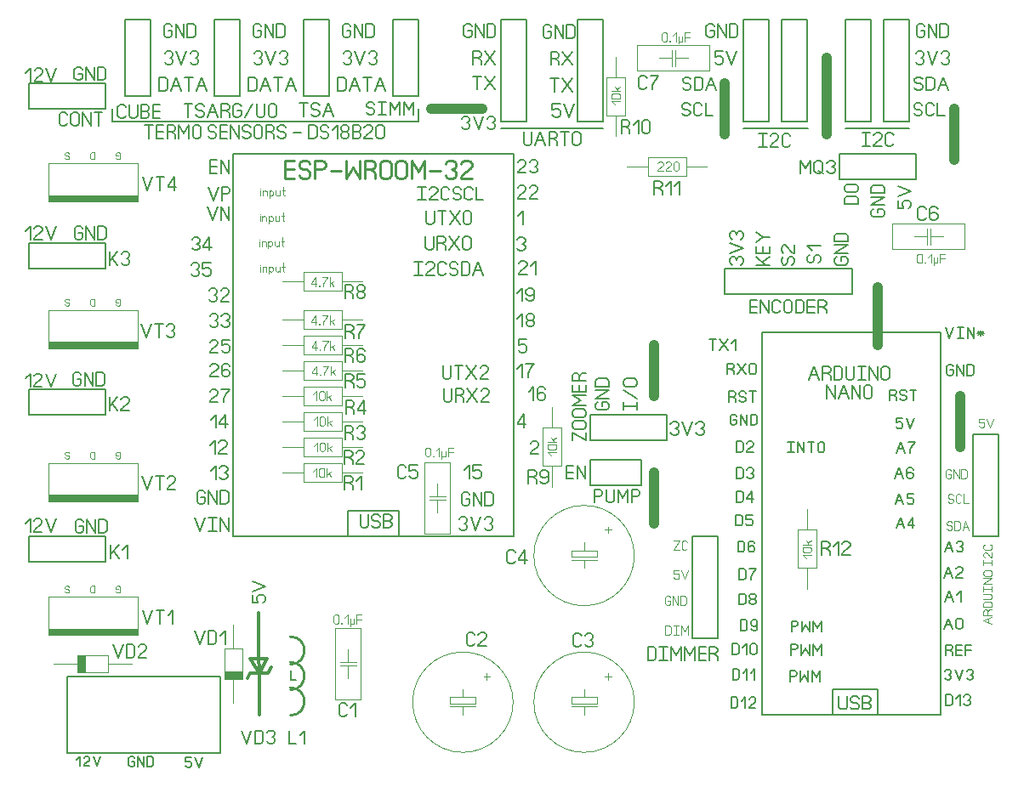
<source format=gbr>
%FSLAX34Y34*%
%MOMM*%
%LNSILK_TOP*%
G71*
G01*
%ADD10C, 0.20*%
%ADD11C, 0.19*%
%ADD12C, 0.22*%
%ADD13C, 0.17*%
%ADD14C, 0.10*%
%ADD15C, 0.09*%
%ADD16C, 0.11*%
%ADD17C, 0.25*%
%ADD18C, 0.17*%
%ADD19C, 0.30*%
%ADD20C, 1.00*%
%LPD*%
G54D10*
X755131Y686093D02*
X932931Y686093D01*
X932931Y305093D01*
X755131Y305093D01*
X755131Y686093D01*
G54D11*
X937640Y690824D02*
X941640Y680157D01*
X945640Y690824D01*
G54D11*
X949373Y680157D02*
X955773Y680157D01*
G54D11*
X952573Y680157D02*
X952573Y690824D01*
G54D11*
X949373Y690824D02*
X955773Y690824D01*
G54D11*
X959506Y680157D02*
X959506Y690824D01*
X965906Y680157D01*
X965906Y690824D01*
G54D11*
X969639Y684824D02*
X976039Y684824D01*
G54D11*
X972839Y687490D02*
X972839Y682157D01*
G54D11*
X970439Y686824D02*
X975239Y682824D01*
G54D11*
X970439Y682824D02*
X975239Y686824D01*
G54D11*
X942238Y648304D02*
X945438Y648304D01*
X945438Y644970D01*
X944638Y643637D01*
X943038Y642970D01*
X941438Y642970D01*
X939838Y643637D01*
X939038Y644970D01*
X939038Y651637D01*
X939838Y652971D01*
X941438Y653637D01*
X943038Y653637D01*
X944638Y652971D01*
X945437Y651637D01*
G54D11*
X949171Y642970D02*
X949171Y653637D01*
X955571Y642970D01*
X955571Y653637D01*
G54D11*
X959304Y642970D02*
X959304Y653637D01*
X963304Y653637D01*
X964904Y652971D01*
X965704Y651637D01*
X965704Y644970D01*
X964904Y643637D01*
X963304Y642970D01*
X959304Y642970D01*
G54D11*
X885223Y623215D02*
X887624Y621882D01*
X888423Y620548D01*
X888423Y617881D01*
G54D11*
X882024Y617881D02*
X882023Y628548D01*
X886024Y628548D01*
X887623Y627881D01*
X888424Y626548D01*
X888424Y625215D01*
X887623Y623881D01*
X886023Y623215D01*
X882024Y623215D01*
G54D11*
X892156Y619882D02*
X892956Y618548D01*
X894556Y617881D01*
X896156Y617881D01*
X897756Y618548D01*
X898556Y619882D01*
X898556Y621215D01*
X897756Y622548D01*
X896156Y623215D01*
X894556Y623215D01*
X892956Y623881D01*
X892156Y625215D01*
X892156Y626548D01*
X892956Y627881D01*
X894556Y628548D01*
X896156Y628548D01*
X897756Y627882D01*
X898556Y626548D01*
G54D11*
X905489Y617882D02*
X905489Y628548D01*
G54D11*
X902289Y628548D02*
X908689Y628548D01*
G54D11*
X894917Y600450D02*
X888517Y600450D01*
X888517Y595784D01*
X889317Y595784D01*
X890917Y596450D01*
X892517Y596450D01*
X894117Y595784D01*
X894917Y594450D01*
X894917Y591784D01*
X894117Y590450D01*
X892517Y589784D01*
X890917Y589784D01*
X889317Y590450D01*
X888517Y591784D01*
G54D11*
X898650Y600450D02*
X902650Y589784D01*
X906650Y600450D01*
G54D11*
X889135Y565905D02*
X893135Y576572D01*
X897135Y565905D01*
G54D11*
X890735Y569905D02*
X895535Y569905D01*
G54D11*
X900868Y576572D02*
X907268Y576572D01*
X906468Y575239D01*
X904868Y573239D01*
X903268Y570572D01*
X902468Y568572D01*
X902468Y565905D01*
G54D11*
X887466Y540288D02*
X891466Y550955D01*
X895466Y540288D01*
G54D11*
X889066Y544288D02*
X893866Y544288D01*
G54D11*
X905599Y548955D02*
X904799Y550288D01*
X903199Y550955D01*
X901599Y550955D01*
X899999Y550288D01*
X899199Y548955D01*
X899199Y545622D01*
X899199Y544955D01*
X901599Y546289D01*
X903199Y546288D01*
X904799Y545622D01*
X905599Y544288D01*
X905599Y542288D01*
X904799Y540955D01*
X903199Y540288D01*
X901599Y540288D01*
X899999Y540955D01*
X899199Y542288D01*
X899199Y545622D01*
G54D11*
X887727Y514308D02*
X891727Y524975D01*
X895727Y514308D01*
G54D11*
X889327Y518308D02*
X894127Y518308D01*
G54D11*
X905860Y524975D02*
X899460Y524975D01*
X899460Y520308D01*
X900260Y520308D01*
X901860Y520975D01*
X903460Y520975D01*
X905060Y520308D01*
X905860Y518975D01*
X905860Y516308D01*
X905060Y514975D01*
X903460Y514308D01*
X901860Y514308D01*
X900260Y514975D01*
X899460Y516308D01*
G54D11*
X888707Y490682D02*
X892707Y501348D01*
X896707Y490682D01*
G54D11*
X890307Y494681D02*
X895107Y494681D01*
G54D11*
X905240Y490681D02*
X905240Y501348D01*
X900440Y494681D01*
X900440Y493348D01*
X906840Y493348D01*
G54D11*
X936944Y467054D02*
X940944Y477720D01*
X944944Y467054D01*
G54D11*
X938544Y471054D02*
X943344Y471054D01*
G54D11*
X948677Y475720D02*
X949477Y477054D01*
X951076Y477720D01*
X952676Y477720D01*
X954277Y477054D01*
X955077Y475720D01*
X955077Y474387D01*
X954276Y473054D01*
X952677Y472387D01*
X954277Y471720D01*
X955076Y470387D01*
X955077Y469054D01*
X954277Y467720D01*
X952676Y467054D01*
X951076Y467054D01*
X949476Y467720D01*
X948677Y469054D01*
G54D11*
X936420Y441400D02*
X940420Y452066D01*
X944420Y441400D01*
G54D11*
X938020Y445400D02*
X942819Y445400D01*
G54D11*
X954553Y441400D02*
X948152Y441400D01*
X948152Y442066D01*
X948953Y443400D01*
X953753Y447400D01*
X954553Y448733D01*
X954553Y450066D01*
X953753Y451400D01*
X952153Y452066D01*
X950553Y452066D01*
X948953Y451400D01*
X948153Y450066D01*
G54D11*
X937467Y417316D02*
X941467Y427982D01*
X945467Y417316D01*
G54D11*
X939067Y421316D02*
X943867Y421316D01*
G54D11*
X949200Y423982D02*
X953200Y427982D01*
X953200Y417316D01*
G54D11*
X936420Y390091D02*
X940420Y400757D01*
X944420Y390091D01*
G54D11*
X938020Y394091D02*
X942820Y394091D01*
G54D11*
X954553Y398757D02*
X954553Y392091D01*
X953752Y390757D01*
X952153Y390091D01*
X950553Y390091D01*
X948953Y390757D01*
X948153Y392091D01*
X948152Y398757D01*
X948953Y400091D01*
X950552Y400757D01*
X952153Y400757D01*
X953752Y400091D01*
X954553Y398757D01*
G54D11*
X941191Y369246D02*
X943591Y367913D01*
X944391Y366579D01*
X944391Y363913D01*
G54D11*
X937991Y363912D02*
X937991Y374579D01*
X941991Y374579D01*
X943591Y373913D01*
X944391Y372579D01*
X944391Y371246D01*
X943591Y369913D01*
X941991Y369246D01*
X937991Y369246D01*
G54D11*
X953724Y363913D02*
X948124Y363913D01*
X948124Y374579D01*
X953724Y374579D01*
G54D11*
X948124Y369246D02*
X953724Y369246D01*
G54D11*
X957456Y363913D02*
X957456Y374579D01*
X963057Y374579D01*
G54D11*
X957457Y369246D02*
X963057Y369246D01*
G54D11*
X936944Y347972D02*
X937744Y349306D01*
X939344Y349972D01*
X940944Y349972D01*
X942544Y349306D01*
X943344Y347972D01*
X943344Y346639D01*
X942544Y345306D01*
X940944Y344639D01*
X942544Y343972D01*
X943344Y342639D01*
X943344Y341306D01*
X942544Y339972D01*
X940944Y339306D01*
X939344Y339306D01*
X937744Y339972D01*
X936944Y341306D01*
G54D11*
X947076Y349972D02*
X951076Y339306D01*
X955077Y349972D01*
G54D11*
X958810Y347972D02*
X959610Y349306D01*
X961210Y349972D01*
X962810Y349972D01*
X964410Y349306D01*
X965210Y347972D01*
X965210Y346639D01*
X964410Y345306D01*
X962810Y344639D01*
X964410Y343972D01*
X965210Y342639D01*
X965210Y341306D01*
X964410Y339972D01*
X962810Y339306D01*
X961210Y339306D01*
X959610Y339972D01*
X958810Y341306D01*
G54D11*
X937991Y314175D02*
X937991Y324841D01*
X941991Y324841D01*
X943591Y324175D01*
X944391Y322841D01*
X944391Y316175D01*
X943591Y314841D01*
X941991Y314175D01*
X937991Y314175D01*
G54D11*
X948124Y320841D02*
X952124Y324841D01*
X952124Y314175D01*
G54D11*
X955857Y322841D02*
X956657Y324175D01*
X958257Y324841D01*
X959856Y324841D01*
X961457Y324175D01*
X962257Y322841D01*
X962257Y321508D01*
X961457Y320175D01*
X959857Y319508D01*
X961457Y318841D01*
X962257Y317508D01*
X962257Y316175D01*
X961457Y314841D01*
X959857Y314175D01*
X958256Y314175D01*
X956657Y314841D01*
X955857Y316175D01*
G54D11*
X706130Y668021D02*
X706130Y678688D01*
G54D11*
X702930Y678688D02*
X709330Y678688D01*
G54D11*
X713063Y678688D02*
X721062Y668021D01*
G54D11*
X713063Y668021D02*
X721062Y678688D01*
G54D11*
X724796Y674688D02*
X728796Y678688D01*
X728796Y668021D01*
G54D11*
X723913Y649350D02*
X726313Y648016D01*
X727113Y646683D01*
X727112Y644016D01*
G54D11*
X720713Y644016D02*
X720712Y654683D01*
X724713Y654683D01*
X726313Y654017D01*
X727113Y652683D01*
X727113Y651350D01*
X726313Y650016D01*
X724712Y649350D01*
X720713Y649350D01*
G54D11*
X730846Y654683D02*
X738846Y644016D01*
G54D11*
X730846Y644016D02*
X738846Y654683D01*
G54D11*
X748979Y652683D02*
X748978Y646016D01*
X748179Y644683D01*
X746579Y644016D01*
X744979Y644016D01*
X743379Y644683D01*
X742579Y646016D01*
X742579Y652683D01*
X743379Y654017D01*
X744979Y654683D01*
X746579Y654683D01*
X748179Y654017D01*
X748979Y652683D01*
G54D11*
X725484Y621601D02*
X727884Y620268D01*
X728684Y618934D01*
X728684Y616268D01*
G54D11*
X722284Y616268D02*
X722284Y626935D01*
X726284Y626934D01*
X727884Y626268D01*
X728684Y624934D01*
X728684Y623601D01*
X727884Y622268D01*
X726284Y621601D01*
X722284Y621601D01*
G54D11*
X732417Y618268D02*
X733217Y616934D01*
X734816Y616268D01*
X736416Y616268D01*
X738017Y616934D01*
X738817Y618268D01*
X738817Y619601D01*
X738017Y620934D01*
X736417Y621601D01*
X734817Y621601D01*
X733217Y622268D01*
X732417Y623601D01*
X732417Y624934D01*
X733217Y626268D01*
X734817Y626935D01*
X736416Y626935D01*
X738017Y626268D01*
X738817Y624934D01*
G54D11*
X745750Y616268D02*
X745750Y626934D01*
G54D11*
X742550Y626935D02*
X748950Y626934D01*
G54D11*
X726530Y598565D02*
X729731Y598565D01*
X729731Y595232D01*
X728930Y593898D01*
X727330Y593232D01*
X725731Y593232D01*
X724131Y593898D01*
X723331Y595232D01*
X723331Y601898D01*
X724131Y603232D01*
X725731Y603898D01*
X727331Y603898D01*
X728930Y603232D01*
X729731Y601899D01*
G54D11*
X733464Y593232D02*
X733464Y603898D01*
X739864Y593232D01*
X739864Y603898D01*
G54D11*
X743597Y593232D02*
X743597Y603898D01*
X747597Y603898D01*
X749197Y603232D01*
X749997Y601898D01*
X749997Y595232D01*
X749197Y593898D01*
X747597Y593232D01*
X743597Y593232D01*
G54D11*
X729614Y566530D02*
X729614Y577196D01*
X733614Y577196D01*
X735214Y576530D01*
X736014Y575196D01*
X736014Y568530D01*
X735214Y567196D01*
X733614Y566530D01*
X729614Y566530D01*
G54D11*
X746147Y566530D02*
X739747Y566530D01*
X739747Y567196D01*
X740547Y568530D01*
X745347Y572530D01*
X746147Y573863D01*
X746147Y575196D01*
X745347Y576530D01*
X743747Y577196D01*
X742147Y577196D01*
X740547Y576530D01*
X739746Y575196D01*
G54D11*
X729731Y540043D02*
X729731Y550709D01*
X733731Y550709D01*
X735331Y550043D01*
X736131Y548709D01*
X736131Y542043D01*
X735331Y540709D01*
X733730Y540043D01*
X729731Y540043D01*
G54D11*
X739864Y548709D02*
X740664Y550043D01*
X742264Y550709D01*
X743864Y550709D01*
X745464Y550043D01*
X746264Y548709D01*
X746264Y547376D01*
X745464Y546043D01*
X743864Y545376D01*
X745464Y544709D01*
X746264Y543376D01*
X746264Y542043D01*
X745464Y540710D01*
X743864Y540043D01*
X742264Y540043D01*
X740664Y540709D01*
X739864Y542043D01*
G54D11*
X729614Y516792D02*
X729614Y527458D01*
X733613Y527458D01*
X735214Y526792D01*
X736014Y525458D01*
X736014Y518792D01*
X735214Y517458D01*
X733614Y516792D01*
X729614Y516792D01*
G54D11*
X744547Y516792D02*
X744547Y527458D01*
X739746Y520792D01*
X739747Y519458D01*
X746147Y519458D01*
G54D11*
X729090Y493232D02*
X729090Y503898D01*
X733090Y503898D01*
X734690Y503232D01*
X735490Y501898D01*
X735490Y495232D01*
X734690Y493898D01*
X733090Y493232D01*
X729090Y493232D01*
G54D11*
X745622Y503898D02*
X739223Y503898D01*
X739222Y499232D01*
X740023Y499232D01*
X741623Y499898D01*
X743222Y499898D01*
X744823Y499232D01*
X745622Y497898D01*
X745622Y495232D01*
X744823Y493898D01*
X743223Y493232D01*
X741623Y493232D01*
X740023Y493898D01*
X739223Y495232D01*
G54D11*
X731184Y467054D02*
X731184Y477720D01*
X735185Y477720D01*
X736784Y477054D01*
X737585Y475720D01*
X737585Y469054D01*
X736785Y467720D01*
X735184Y467054D01*
X731184Y467054D01*
G54D11*
X747718Y475720D02*
X746918Y477054D01*
X745318Y477720D01*
X743717Y477720D01*
X742118Y477054D01*
X741318Y475720D01*
X741318Y472387D01*
X741318Y471720D01*
X743717Y473054D01*
X745318Y473054D01*
X746918Y472387D01*
X747718Y471054D01*
X747718Y469054D01*
X746918Y467720D01*
X745318Y467054D01*
X743717Y467054D01*
X742118Y467720D01*
X741318Y469054D01*
X741318Y472387D01*
G54D11*
X732232Y439305D02*
X732232Y449971D01*
X736232Y449971D01*
X737832Y449305D01*
X738631Y447971D01*
X738632Y441305D01*
X737832Y439971D01*
X736232Y439305D01*
X732232Y439305D01*
G54D11*
X742365Y449971D02*
X748764Y449971D01*
X747964Y448638D01*
X746365Y446638D01*
X744765Y443971D01*
X743965Y441971D01*
X743965Y439305D01*
G54D11*
X732232Y414698D02*
X732232Y425364D01*
X736232Y425364D01*
X737832Y424698D01*
X738632Y423364D01*
X738632Y416698D01*
X737831Y415364D01*
X736232Y414698D01*
X732232Y414698D01*
G54D11*
X746365Y420031D02*
X744765Y420031D01*
X743165Y420698D01*
X742365Y422031D01*
X742365Y423364D01*
X743165Y424698D01*
X744765Y425364D01*
X746365Y425364D01*
X747965Y424698D01*
X748765Y423364D01*
X748765Y422031D01*
X747965Y420698D01*
X746365Y420031D01*
X747965Y419364D01*
X748764Y418031D01*
X748765Y416698D01*
X747965Y415364D01*
X746365Y414698D01*
X744765Y414698D01*
X743164Y415364D01*
X742365Y416698D01*
X742365Y418031D01*
X743165Y419364D01*
X744765Y420031D01*
G54D11*
X733802Y388520D02*
X733801Y399186D01*
X737802Y399186D01*
X739402Y398520D01*
X740202Y397186D01*
X740202Y390520D01*
X739402Y389186D01*
X737802Y388520D01*
X733802Y388520D01*
G54D11*
X743935Y390520D02*
X744735Y389186D01*
X746335Y388520D01*
X747935Y388520D01*
X749535Y389186D01*
X750335Y390520D01*
X750334Y393853D01*
X750334Y394520D01*
X747935Y393186D01*
X746334Y393186D01*
X744735Y393853D01*
X743935Y395186D01*
X743935Y397186D01*
X744735Y398520D01*
X746335Y399186D01*
X747935Y399186D01*
X749535Y398520D01*
X750335Y397186D01*
X750334Y393853D01*
G54D11*
X725425Y364959D02*
X725425Y375625D01*
X729425Y375625D01*
X731025Y374959D01*
X731825Y373625D01*
X731825Y366959D01*
X731025Y365625D01*
X729425Y364959D01*
X725425Y364959D01*
G54D11*
X735558Y371625D02*
X739558Y375625D01*
X739558Y364959D01*
G54D11*
X749691Y373625D02*
X749690Y366959D01*
X748891Y365625D01*
X747291Y364959D01*
X745691Y364959D01*
X744091Y365625D01*
X743291Y366959D01*
X743291Y373625D01*
X744090Y374959D01*
X745691Y375625D01*
X747291Y375625D01*
X748890Y374959D01*
X749691Y373625D01*
G54D11*
X725949Y339829D02*
X725948Y350495D01*
X729949Y350495D01*
X731548Y349829D01*
X732349Y348495D01*
X732349Y341829D01*
X731549Y340495D01*
X729949Y339829D01*
X725949Y339829D01*
G54D11*
X736082Y346495D02*
X740082Y350495D01*
X740082Y339829D01*
G54D11*
X743814Y346495D02*
X747814Y350495D01*
X747815Y339829D01*
G54D11*
X724378Y311556D02*
X724378Y322222D01*
X728378Y322222D01*
X729978Y321556D01*
X730778Y320222D01*
X730778Y313556D01*
X729978Y312222D01*
X728378Y311556D01*
X724378Y311556D01*
G54D11*
X734510Y318222D02*
X738511Y322222D01*
X738511Y311556D01*
G54D11*
X748644Y311556D02*
X742244Y311556D01*
X742244Y312222D01*
X743044Y313556D01*
X747844Y317556D01*
X748644Y318889D01*
X748644Y320222D01*
X747844Y321556D01*
X746244Y322222D01*
X744644Y322222D01*
X743044Y321556D01*
X742244Y320222D01*
G54D11*
X784356Y387465D02*
X784356Y398132D01*
X788356Y398132D01*
X789956Y397465D01*
X790756Y396132D01*
X790756Y394798D01*
X789956Y393465D01*
X788356Y392799D01*
X784356Y392799D01*
G54D11*
X794489Y398132D02*
X794489Y387465D01*
X798489Y394132D01*
X802489Y387465D01*
X802489Y398132D01*
G54D11*
X806222Y387465D02*
X806222Y398132D01*
X810222Y391465D01*
X814222Y398132D01*
X814222Y387465D01*
G54D11*
X784064Y364436D02*
X784064Y375102D01*
X788064Y375102D01*
X789664Y374436D01*
X790464Y373102D01*
X790464Y371769D01*
X789664Y370436D01*
X788064Y369769D01*
X784064Y369769D01*
G54D11*
X794197Y375102D02*
X794197Y364436D01*
X798197Y371102D01*
X802197Y364436D01*
X802197Y375102D01*
G54D11*
X805930Y364436D02*
X805930Y375102D01*
X809930Y368436D01*
X813930Y375102D01*
X813930Y364436D01*
G54D11*
X783017Y337734D02*
X783017Y348400D01*
X787016Y348400D01*
X788617Y347734D01*
X789416Y346400D01*
X789416Y345067D01*
X788617Y343734D01*
X787017Y343067D01*
X783017Y343067D01*
G54D11*
X793150Y348400D02*
X793150Y337734D01*
X797150Y344400D01*
X801150Y337734D01*
X801150Y348400D01*
G54D11*
X804883Y337734D02*
X804883Y348400D01*
X808883Y341734D01*
X812883Y348400D01*
X812883Y337734D01*
G54D11*
X780399Y566007D02*
X786799Y566007D01*
G54D11*
X783599Y566007D02*
X783599Y576673D01*
G54D11*
X780399Y576673D02*
X786799Y576673D01*
G54D11*
X790532Y566007D02*
X790532Y576674D01*
X796932Y566007D01*
X796932Y576673D01*
G54D11*
X803864Y566007D02*
X803864Y576673D01*
G54D11*
X800665Y576673D02*
X807064Y576673D01*
G54D11*
X817198Y574673D02*
X817198Y568007D01*
X816398Y566673D01*
X814798Y566007D01*
X813198Y566007D01*
X811598Y566673D01*
X810798Y568007D01*
X810798Y574673D01*
X811597Y576007D01*
X813198Y576673D01*
X814798Y576673D01*
X816398Y576007D01*
X817198Y574673D01*
G54D10*
X228600Y863600D02*
X508000Y863600D01*
X508000Y482600D01*
X228600Y482600D01*
X228600Y863600D01*
G54D12*
X289452Y839050D02*
X280119Y839050D01*
X280119Y856828D01*
X289452Y856828D01*
G54D12*
X280119Y847939D02*
X289452Y847939D01*
G54D12*
X294341Y842383D02*
X295674Y840161D01*
X298341Y839050D01*
X301008Y839050D01*
X303674Y840161D01*
X305008Y842383D01*
X305008Y844606D01*
X303674Y846828D01*
X301008Y847939D01*
X298341Y847939D01*
X295674Y849050D01*
X294341Y851272D01*
X294341Y853495D01*
X295674Y855717D01*
X298341Y856828D01*
X301008Y856828D01*
X303674Y855717D01*
X305008Y853495D01*
G54D12*
X309897Y839050D02*
X309897Y856828D01*
X316564Y856828D01*
X319230Y855717D01*
X320564Y853495D01*
X320564Y851272D01*
X319230Y849050D01*
X316564Y847939D01*
X309897Y847939D01*
G54D12*
X325453Y846828D02*
X336120Y846828D01*
G54D12*
X341009Y856828D02*
X341009Y839050D01*
X347676Y850161D01*
X354342Y839050D01*
X354342Y856828D01*
G54D12*
X364564Y847939D02*
X368564Y845717D01*
X369898Y843495D01*
X369898Y839050D01*
G54D12*
X359231Y839050D02*
X359231Y856828D01*
X365898Y856828D01*
X368564Y855717D01*
X369898Y853495D01*
X369898Y851272D01*
X368564Y849050D01*
X365898Y847939D01*
X359231Y847939D01*
G54D12*
X385454Y853495D02*
X385454Y842383D01*
X384120Y840161D01*
X381454Y839050D01*
X378787Y839050D01*
X376120Y840161D01*
X374787Y842383D01*
X374787Y853495D01*
X376120Y855717D01*
X378787Y856828D01*
X381454Y856828D01*
X384120Y855717D01*
X385454Y853495D01*
G54D12*
X401010Y853495D02*
X401010Y842383D01*
X399676Y840161D01*
X397010Y839050D01*
X394343Y839050D01*
X391676Y840161D01*
X390343Y842383D01*
X390343Y853495D01*
X391676Y855717D01*
X394343Y856828D01*
X397010Y856828D01*
X399676Y855717D01*
X401010Y853495D01*
G54D12*
X405899Y839050D02*
X405899Y856828D01*
X412566Y845717D01*
X419232Y856828D01*
X419232Y839050D01*
G54D12*
X424121Y846828D02*
X434788Y846828D01*
G54D12*
X439677Y853495D02*
X441010Y855717D01*
X443677Y856828D01*
X446344Y856828D01*
X449010Y855717D01*
X450344Y853495D01*
X450344Y851272D01*
X449010Y849050D01*
X446344Y847939D01*
X449010Y846828D01*
X450344Y844606D01*
X450344Y842383D01*
X449010Y840161D01*
X446344Y839050D01*
X443677Y839050D01*
X441010Y840161D01*
X439677Y842383D01*
G54D12*
X465900Y839050D02*
X455233Y839050D01*
X455233Y840161D01*
X456566Y842383D01*
X464566Y849050D01*
X465900Y851272D01*
X465900Y853495D01*
X464566Y855717D01*
X461900Y856828D01*
X459233Y856828D01*
X456566Y855717D01*
X455233Y853495D01*
G54D13*
X354983Y504467D02*
X354983Y493633D01*
X355983Y491967D01*
X357983Y491133D01*
X359983Y491133D01*
X361983Y491967D01*
X362983Y493633D01*
X362983Y504467D01*
G54D13*
X366650Y493633D02*
X367650Y491967D01*
X369650Y491133D01*
X371650Y491133D01*
X373650Y491967D01*
X374650Y493633D01*
X374650Y495300D01*
X373650Y496967D01*
X371650Y497800D01*
X369650Y497800D01*
X367650Y498633D01*
X366650Y500300D01*
X366650Y501967D01*
X367650Y503633D01*
X369650Y504467D01*
X371650Y504467D01*
X373650Y503633D01*
X374650Y501967D01*
G54D13*
X378317Y491133D02*
X378317Y504467D01*
X383317Y504467D01*
X385317Y503633D01*
X386317Y501967D01*
X386317Y500300D01*
X385317Y498633D01*
X383317Y497800D01*
X385317Y496967D01*
X386317Y495300D01*
X386317Y493633D01*
X385317Y491967D01*
X383317Y491133D01*
X378317Y491133D01*
G54D13*
X378317Y497800D02*
X383317Y497800D01*
G54D13*
X212612Y844247D02*
X205612Y844247D01*
X205612Y857580D01*
X212612Y857580D01*
G54D13*
X205612Y850913D02*
X212612Y850913D01*
G54D13*
X216279Y844247D02*
X216279Y857580D01*
X224279Y844247D01*
X224279Y857580D01*
G54D13*
X203729Y830490D02*
X208729Y817156D01*
X213729Y830490D01*
G54D13*
X217396Y817156D02*
X217396Y830490D01*
X222396Y830490D01*
X224396Y829656D01*
X225396Y827990D01*
X225396Y826323D01*
X224396Y824656D01*
X222396Y823823D01*
X217396Y823823D01*
G54D13*
X202746Y811220D02*
X207746Y797887D01*
X212746Y811220D01*
G54D13*
X216413Y797887D02*
X216413Y811220D01*
X224413Y797887D01*
X224413Y811220D01*
G54D13*
X187336Y778305D02*
X188336Y779971D01*
X190336Y780805D01*
X192336Y780805D01*
X194336Y779971D01*
X195336Y778305D01*
X195336Y776638D01*
X194336Y774971D01*
X192336Y774138D01*
X194336Y773305D01*
X195336Y771638D01*
X195336Y769971D01*
X194336Y768305D01*
X192336Y767471D01*
X190336Y767471D01*
X188336Y768305D01*
X187336Y769971D01*
G54D13*
X205003Y767471D02*
X205003Y780805D01*
X199003Y772471D01*
X199003Y770805D01*
X207003Y770805D01*
G54D13*
X186654Y752294D02*
X187654Y753961D01*
X189654Y754794D01*
X191654Y754794D01*
X193654Y753961D01*
X194654Y752294D01*
X194654Y750627D01*
X193654Y748961D01*
X191654Y748127D01*
X193654Y747294D01*
X194654Y745627D01*
X194654Y743961D01*
X193654Y742294D01*
X191654Y741461D01*
X189654Y741461D01*
X187654Y742294D01*
X186654Y743961D01*
G54D13*
X206321Y754794D02*
X198321Y754794D01*
X198321Y748961D01*
X199321Y748961D01*
X201321Y749794D01*
X203321Y749794D01*
X205321Y748961D01*
X206321Y747294D01*
X206321Y743961D01*
X205321Y742294D01*
X203321Y741461D01*
X201321Y741461D01*
X199321Y742294D01*
X198321Y743961D01*
G54D13*
X204564Y727307D02*
X205564Y728974D01*
X207564Y729807D01*
X209564Y729807D01*
X211564Y728974D01*
X212564Y727307D01*
X212564Y725641D01*
X211564Y723974D01*
X209564Y723141D01*
X211564Y722307D01*
X212564Y720641D01*
X212564Y718974D01*
X211564Y717307D01*
X209564Y716474D01*
X207564Y716474D01*
X205564Y717307D01*
X204564Y718974D01*
G54D13*
X224231Y716474D02*
X216231Y716474D01*
X216231Y717307D01*
X217231Y718974D01*
X223231Y723974D01*
X224231Y725641D01*
X224231Y727307D01*
X223231Y728974D01*
X221231Y729807D01*
X219231Y729807D01*
X217231Y728974D01*
X216231Y727307D01*
G54D13*
X205268Y701487D02*
X206268Y703154D01*
X208268Y703987D01*
X210268Y703987D01*
X212268Y703154D01*
X213268Y701487D01*
X213268Y699820D01*
X212268Y698154D01*
X210268Y697320D01*
X212268Y696487D01*
X213268Y694820D01*
X213268Y693154D01*
X212268Y691487D01*
X210268Y690654D01*
X208268Y690654D01*
X206268Y691487D01*
X205268Y693154D01*
G54D13*
X216935Y701487D02*
X217935Y703154D01*
X219935Y703987D01*
X221935Y703987D01*
X223935Y703154D01*
X224935Y701487D01*
X224935Y699820D01*
X223935Y698154D01*
X221935Y697320D01*
X223935Y696487D01*
X224935Y694820D01*
X224935Y693154D01*
X223935Y691487D01*
X221935Y690654D01*
X219935Y690654D01*
X217935Y691487D01*
X216935Y693154D01*
G54D13*
X213515Y665171D02*
X205515Y665171D01*
X205515Y666004D01*
X206515Y667671D01*
X212515Y672671D01*
X213515Y674337D01*
X213515Y676004D01*
X212515Y677671D01*
X210515Y678504D01*
X208515Y678504D01*
X206515Y677671D01*
X205515Y676004D01*
G54D13*
X225182Y678504D02*
X217182Y678504D01*
X217182Y672671D01*
X218182Y672671D01*
X220182Y673504D01*
X222182Y673504D01*
X224182Y672671D01*
X225182Y671004D01*
X225182Y667671D01*
X224182Y666004D01*
X222182Y665171D01*
X220182Y665171D01*
X218182Y666004D01*
X217182Y667671D01*
G54D13*
X213627Y641375D02*
X205627Y641375D01*
X205627Y642208D01*
X206627Y643875D01*
X212627Y648875D01*
X213627Y650542D01*
X213627Y652208D01*
X212627Y653875D01*
X210627Y654708D01*
X208627Y654708D01*
X206627Y653875D01*
X205627Y652208D01*
G54D13*
X225294Y652208D02*
X224294Y653875D01*
X222294Y654708D01*
X220294Y654708D01*
X218294Y653875D01*
X217294Y652208D01*
X217294Y648042D01*
X217294Y647208D01*
X220294Y648875D01*
X222294Y648875D01*
X224294Y648042D01*
X225294Y646375D01*
X225294Y643875D01*
X224294Y642208D01*
X222294Y641375D01*
X220294Y641375D01*
X218294Y642208D01*
X217294Y643875D01*
X217294Y648042D01*
G54D13*
X213145Y615971D02*
X205145Y615971D01*
X205145Y616805D01*
X206145Y618471D01*
X212145Y623471D01*
X213145Y625138D01*
X213145Y626805D01*
X212145Y628471D01*
X210145Y629305D01*
X208145Y629305D01*
X206145Y628471D01*
X205145Y626805D01*
G54D13*
X216812Y629305D02*
X224812Y629305D01*
X223812Y627638D01*
X221812Y625138D01*
X219812Y621805D01*
X218812Y619305D01*
X218812Y615971D01*
G54D13*
X206248Y598916D02*
X211248Y603916D01*
X211248Y590583D01*
G54D13*
X220915Y590583D02*
X220915Y603916D01*
X214915Y595583D01*
X214915Y593916D01*
X222915Y593916D01*
G54D13*
X205562Y573368D02*
X210562Y578368D01*
X210562Y565034D01*
G54D13*
X222229Y565034D02*
X214229Y565034D01*
X214229Y565868D01*
X215229Y567534D01*
X221229Y572534D01*
X222229Y574201D01*
X222229Y575868D01*
X221229Y577534D01*
X219229Y578368D01*
X217229Y578368D01*
X215229Y577534D01*
X214229Y575868D01*
G54D13*
X206242Y547748D02*
X211242Y552748D01*
X211242Y539415D01*
G54D13*
X214909Y550248D02*
X215909Y551915D01*
X217909Y552748D01*
X219909Y552748D01*
X221909Y551915D01*
X222909Y550248D01*
X222909Y548581D01*
X221909Y546915D01*
X219909Y546081D01*
X221909Y545248D01*
X222909Y543581D01*
X222909Y541915D01*
X221909Y540248D01*
X219909Y539415D01*
X217909Y539415D01*
X215909Y540248D01*
X214909Y541915D01*
G54D13*
X196500Y521806D02*
X200500Y521806D01*
X200500Y517640D01*
X199500Y515973D01*
X197500Y515140D01*
X195500Y515140D01*
X193500Y515973D01*
X192500Y517640D01*
X192500Y525973D01*
X193500Y527640D01*
X195500Y528473D01*
X197500Y528473D01*
X199500Y527640D01*
X200500Y525973D01*
G54D13*
X204167Y515140D02*
X204167Y528473D01*
X212167Y515140D01*
X212167Y528473D01*
G54D13*
X215834Y515140D02*
X215834Y528473D01*
X220834Y528473D01*
X222834Y527640D01*
X223834Y525973D01*
X223834Y517640D01*
X222834Y515973D01*
X220834Y515140D01*
X215834Y515140D01*
G54D13*
X190436Y501118D02*
X195436Y487784D01*
X200436Y501118D01*
G54D13*
X204103Y487784D02*
X212103Y487784D01*
G54D13*
X208103Y487784D02*
X208103Y501118D01*
G54D13*
X204103Y501118D02*
X212103Y501118D01*
G54D13*
X215770Y487784D02*
X215770Y501118D01*
X223770Y487784D01*
X223770Y501118D01*
G54D13*
X520072Y844528D02*
X512072Y844528D01*
X512072Y845362D01*
X513072Y847028D01*
X519072Y852028D01*
X520072Y853695D01*
X520072Y855362D01*
X519072Y857028D01*
X517072Y857862D01*
X515072Y857862D01*
X513072Y857028D01*
X512072Y855362D01*
G54D13*
X523739Y855362D02*
X524739Y857028D01*
X526739Y857862D01*
X528739Y857862D01*
X530739Y857028D01*
X531739Y855362D01*
X531739Y853695D01*
X530739Y852028D01*
X528739Y851195D01*
X530739Y850362D01*
X531739Y848695D01*
X531739Y847028D01*
X530739Y845362D01*
X528739Y844528D01*
X526739Y844528D01*
X524739Y845362D01*
X523739Y847028D01*
G54D13*
X519844Y818855D02*
X511844Y818855D01*
X511844Y819688D01*
X512844Y821355D01*
X518844Y826355D01*
X519844Y828022D01*
X519844Y829688D01*
X518844Y831355D01*
X516844Y832188D01*
X514844Y832188D01*
X512844Y831355D01*
X511844Y829688D01*
G54D13*
X531511Y818855D02*
X523511Y818855D01*
X523511Y819688D01*
X524511Y821355D01*
X530511Y826355D01*
X531511Y828022D01*
X531511Y829688D01*
X530511Y831355D01*
X528511Y832188D01*
X526511Y832188D01*
X524511Y831355D01*
X523511Y829688D01*
G54D13*
X511862Y801644D02*
X516862Y806644D01*
X516862Y793311D01*
G54D13*
X511289Y778075D02*
X512289Y779742D01*
X514289Y780575D01*
X516289Y780575D01*
X518289Y779742D01*
X519289Y778075D01*
X519289Y776408D01*
X518289Y774742D01*
X516289Y773908D01*
X518289Y773075D01*
X519289Y771408D01*
X519289Y769742D01*
X518289Y768075D01*
X516289Y767242D01*
X514289Y767242D01*
X512289Y768075D01*
X511289Y769742D01*
G54D13*
X521060Y743210D02*
X513060Y743210D01*
X513060Y744043D01*
X514060Y745710D01*
X520060Y750710D01*
X521060Y752376D01*
X521060Y754043D01*
X520060Y755710D01*
X518060Y756543D01*
X516060Y756543D01*
X514060Y755710D01*
X513060Y754043D01*
G54D13*
X524727Y751543D02*
X529727Y756543D01*
X529727Y743210D01*
G54D13*
X511394Y725064D02*
X516394Y730064D01*
X516394Y716731D01*
G54D13*
X520061Y719231D02*
X521061Y717564D01*
X523061Y716731D01*
X525061Y716731D01*
X527061Y717564D01*
X528061Y719231D01*
X528061Y723397D01*
X528061Y724231D01*
X525061Y722564D01*
X523061Y722564D01*
X521061Y723397D01*
X520061Y725064D01*
X520061Y727564D01*
X521061Y729231D01*
X523061Y730064D01*
X525061Y730064D01*
X527061Y729231D01*
X528061Y727564D01*
X528061Y723397D01*
G54D13*
X511596Y699666D02*
X516596Y704666D01*
X516596Y691332D01*
G54D13*
X525263Y697999D02*
X523263Y697999D01*
X521263Y698832D01*
X520263Y700499D01*
X520263Y702166D01*
X521263Y703832D01*
X523263Y704666D01*
X525263Y704666D01*
X527263Y703832D01*
X528263Y702166D01*
X528263Y700499D01*
X527263Y698832D01*
X525263Y697999D01*
X527263Y697166D01*
X528263Y695499D01*
X528263Y693832D01*
X527263Y692166D01*
X525263Y691332D01*
X523263Y691332D01*
X521263Y692166D01*
X520263Y693832D01*
X520263Y695499D01*
X521263Y697166D01*
X523263Y697999D01*
G54D13*
X520651Y678915D02*
X512651Y678915D01*
X512651Y673082D01*
X513651Y673082D01*
X515651Y673915D01*
X517651Y673915D01*
X519651Y673082D01*
X520651Y671415D01*
X520651Y668082D01*
X519651Y666415D01*
X517651Y665582D01*
X515651Y665582D01*
X513651Y666415D01*
X512651Y668082D01*
G54D13*
X511121Y649405D02*
X516121Y654405D01*
X516121Y641071D01*
G54D13*
X519788Y654405D02*
X527788Y654405D01*
X526788Y652738D01*
X524788Y650238D01*
X522788Y646905D01*
X521788Y644405D01*
X521788Y641071D01*
G54D13*
X522681Y626467D02*
X527681Y631467D01*
X527681Y618133D01*
G54D13*
X539348Y628967D02*
X538348Y630633D01*
X536348Y631467D01*
X534348Y631467D01*
X532348Y630633D01*
X531348Y628967D01*
X531348Y624800D01*
X531348Y623967D01*
X534348Y625633D01*
X536348Y625633D01*
X538348Y624800D01*
X539348Y623133D01*
X539348Y620633D01*
X538348Y618967D01*
X536348Y618133D01*
X534348Y618133D01*
X532348Y618967D01*
X531348Y620633D01*
X531348Y624800D01*
G54D13*
X517962Y591197D02*
X517962Y604530D01*
X511962Y596197D01*
X511962Y594530D01*
X519962Y594530D01*
G54D13*
X532626Y564337D02*
X524626Y564337D01*
X524626Y565171D01*
X525626Y566837D01*
X531626Y571837D01*
X532626Y573504D01*
X532626Y575171D01*
X531626Y576837D01*
X529626Y577671D01*
X527626Y577671D01*
X525626Y576837D01*
X524626Y575171D01*
G54D13*
X458716Y548853D02*
X463716Y553853D01*
X463716Y540520D01*
G54D13*
X475382Y553853D02*
X467382Y553853D01*
X467382Y548020D01*
X468382Y548020D01*
X470382Y548853D01*
X472382Y548853D01*
X474382Y548020D01*
X475382Y546353D01*
X475382Y543020D01*
X474382Y541353D01*
X472382Y540520D01*
X470382Y540520D01*
X468382Y541353D01*
X467382Y543020D01*
G54D13*
X460022Y519498D02*
X464022Y519498D01*
X464022Y515331D01*
X463022Y513664D01*
X461022Y512831D01*
X459022Y512831D01*
X457022Y513664D01*
X456022Y515331D01*
X456022Y523664D01*
X457022Y525331D01*
X459022Y526164D01*
X461022Y526164D01*
X463022Y525331D01*
X464022Y523664D01*
G54D13*
X467689Y512831D02*
X467689Y526164D01*
X475689Y512831D01*
X475689Y526164D01*
G54D13*
X479356Y512831D02*
X479356Y526164D01*
X484356Y526164D01*
X486356Y525331D01*
X487356Y523664D01*
X487356Y515331D01*
X486356Y513664D01*
X484356Y512831D01*
X479356Y512831D01*
G54D13*
X453413Y499504D02*
X454413Y501171D01*
X456413Y502004D01*
X458413Y502004D01*
X460413Y501171D01*
X461413Y499504D01*
X461413Y497838D01*
X460413Y496171D01*
X458413Y495338D01*
X460413Y494504D01*
X461413Y492838D01*
X461413Y491171D01*
X460413Y489504D01*
X458413Y488671D01*
X456413Y488671D01*
X454413Y489504D01*
X453413Y491171D01*
G54D13*
X465080Y502004D02*
X470080Y488671D01*
X475080Y502004D01*
G54D13*
X478747Y499504D02*
X479747Y501171D01*
X481747Y502004D01*
X483747Y502004D01*
X485747Y501171D01*
X486747Y499504D01*
X486747Y497838D01*
X485747Y496171D01*
X483747Y495338D01*
X485747Y494504D01*
X486747Y492838D01*
X486747Y491171D01*
X485747Y489504D01*
X483747Y488671D01*
X481747Y488671D01*
X479747Y489504D01*
X478747Y491171D01*
G54D13*
X420742Y806516D02*
X420742Y795682D01*
X421742Y794016D01*
X423742Y793182D01*
X425742Y793182D01*
X427742Y794016D01*
X428742Y795682D01*
X428742Y806516D01*
G54D13*
X436409Y793182D02*
X436409Y806516D01*
G54D13*
X432409Y806516D02*
X440409Y806516D01*
G54D13*
X444076Y806516D02*
X454076Y793182D01*
G54D13*
X444076Y793182D02*
X454076Y806516D01*
G54D13*
X465743Y804016D02*
X465743Y795682D01*
X464743Y794016D01*
X462743Y793182D01*
X460743Y793182D01*
X458743Y794016D01*
X457743Y795682D01*
X457743Y804016D01*
X458743Y805682D01*
X460743Y806516D01*
X462743Y806516D01*
X464743Y805682D01*
X465743Y804016D01*
G54D13*
X420150Y781073D02*
X420150Y770240D01*
X421150Y768573D01*
X423150Y767740D01*
X425150Y767740D01*
X427150Y768573D01*
X428150Y770240D01*
X428150Y781073D01*
G54D13*
X435817Y774406D02*
X438817Y772740D01*
X439817Y771073D01*
X439817Y767740D01*
G54D13*
X431817Y767740D02*
X431817Y781073D01*
X436817Y781073D01*
X438817Y780240D01*
X439817Y778573D01*
X439817Y776906D01*
X438817Y775240D01*
X436817Y774406D01*
X431817Y774406D01*
G54D13*
X443484Y781073D02*
X453484Y767740D01*
G54D13*
X443484Y767740D02*
X453484Y781073D01*
G54D13*
X465151Y778573D02*
X465151Y770240D01*
X464151Y768573D01*
X462151Y767740D01*
X460151Y767740D01*
X458151Y768573D01*
X457151Y770240D01*
X457151Y778573D01*
X458151Y780240D01*
X460151Y781073D01*
X462151Y781073D01*
X464151Y780240D01*
X465151Y778573D01*
G54D13*
X438206Y629580D02*
X438206Y618747D01*
X439206Y617080D01*
X441206Y616247D01*
X443206Y616247D01*
X445206Y617080D01*
X446206Y618747D01*
X446206Y629580D01*
G54D13*
X453873Y622914D02*
X456873Y621247D01*
X457873Y619580D01*
X457873Y616247D01*
G54D13*
X449873Y616247D02*
X449873Y629580D01*
X454873Y629580D01*
X456873Y628747D01*
X457873Y627080D01*
X457873Y625414D01*
X456873Y623747D01*
X454873Y622914D01*
X449873Y622914D01*
G54D13*
X461540Y629580D02*
X471540Y616247D01*
G54D13*
X461540Y616247D02*
X471540Y629580D01*
G54D13*
X483207Y616247D02*
X475207Y616247D01*
X475207Y617080D01*
X476207Y618747D01*
X482207Y623747D01*
X483207Y625414D01*
X483207Y627080D01*
X482207Y628747D01*
X480207Y629580D01*
X478207Y629580D01*
X476207Y628747D01*
X475207Y627080D01*
G54D13*
X437385Y652680D02*
X437385Y641847D01*
X438385Y640180D01*
X440385Y639347D01*
X442385Y639347D01*
X444385Y640180D01*
X445385Y641847D01*
X445385Y652680D01*
G54D13*
X453052Y639347D02*
X453052Y652680D01*
G54D13*
X449052Y652680D02*
X457052Y652680D01*
G54D13*
X460719Y652680D02*
X470719Y639347D01*
G54D13*
X460719Y639347D02*
X470719Y652680D01*
G54D13*
X482386Y639347D02*
X474386Y639347D01*
X474386Y640180D01*
X475386Y641847D01*
X481386Y646847D01*
X482386Y648513D01*
X482386Y650180D01*
X481386Y651847D01*
X479386Y652680D01*
X477386Y652680D01*
X475386Y651847D01*
X474386Y650180D01*
G54D13*
X412364Y817444D02*
X420364Y817444D01*
G54D13*
X416364Y817444D02*
X416364Y830777D01*
G54D13*
X412364Y830777D02*
X420364Y830777D01*
G54D13*
X432031Y817444D02*
X424031Y817444D01*
X424031Y818277D01*
X425031Y819944D01*
X431031Y824944D01*
X432031Y826610D01*
X432031Y828277D01*
X431031Y829944D01*
X429031Y830777D01*
X427031Y830777D01*
X425031Y829944D01*
X424031Y828277D01*
G54D13*
X443698Y819944D02*
X442698Y818277D01*
X440698Y817444D01*
X438698Y817444D01*
X436698Y818277D01*
X435698Y819944D01*
X435698Y828277D01*
X436698Y829944D01*
X438698Y830777D01*
X440698Y830777D01*
X442698Y829944D01*
X443698Y828277D01*
G54D13*
X447365Y819944D02*
X448365Y818277D01*
X450365Y817444D01*
X452365Y817444D01*
X454365Y818277D01*
X455365Y819944D01*
X455365Y821610D01*
X454365Y823277D01*
X452365Y824110D01*
X450365Y824110D01*
X448365Y824944D01*
X447365Y826610D01*
X447365Y828277D01*
X448365Y829944D01*
X450365Y830777D01*
X452365Y830777D01*
X454365Y829944D01*
X455365Y828277D01*
G54D13*
X467032Y819944D02*
X466032Y818277D01*
X464032Y817444D01*
X462032Y817444D01*
X460032Y818277D01*
X459032Y819944D01*
X459032Y828277D01*
X460032Y829944D01*
X462032Y830777D01*
X464032Y830777D01*
X466032Y829944D01*
X467032Y828277D01*
G54D13*
X470699Y830777D02*
X470699Y817444D01*
X477699Y817444D01*
G54D13*
X409157Y742295D02*
X417157Y742295D01*
G54D13*
X413157Y742295D02*
X413157Y755629D01*
G54D13*
X409157Y755629D02*
X417157Y755629D01*
G54D13*
X428824Y742295D02*
X420824Y742295D01*
X420824Y743129D01*
X421824Y744795D01*
X427824Y749795D01*
X428824Y751462D01*
X428824Y753129D01*
X427824Y754795D01*
X425824Y755629D01*
X423824Y755629D01*
X421824Y754795D01*
X420824Y753129D01*
G54D13*
X440491Y744795D02*
X439491Y743129D01*
X437491Y742295D01*
X435491Y742295D01*
X433491Y743129D01*
X432491Y744795D01*
X432491Y753129D01*
X433491Y754795D01*
X435491Y755629D01*
X437491Y755629D01*
X439491Y754795D01*
X440491Y753129D01*
G54D13*
X444158Y744795D02*
X445158Y743129D01*
X447158Y742295D01*
X449158Y742295D01*
X451158Y743129D01*
X452158Y744795D01*
X452158Y746462D01*
X451158Y748129D01*
X449158Y748962D01*
X447158Y748962D01*
X445158Y749795D01*
X444158Y751462D01*
X444158Y753129D01*
X445158Y754795D01*
X447158Y755629D01*
X449158Y755629D01*
X451158Y754795D01*
X452158Y753129D01*
G54D13*
X455825Y742295D02*
X455825Y755629D01*
X460825Y755629D01*
X462825Y754795D01*
X463825Y753129D01*
X463825Y744795D01*
X462825Y743129D01*
X460825Y742295D01*
X455825Y742295D01*
G54D13*
X467492Y742295D02*
X472492Y755629D01*
X477492Y742295D01*
G54D13*
X469492Y747295D02*
X475492Y747295D01*
G36*
X133400Y390500D02*
X44600Y390500D01*
X44600Y384100D01*
X133400Y384100D01*
X133400Y390500D01*
G37*
G54D14*
X133400Y390500D02*
X44600Y390500D01*
X44600Y384100D01*
X133400Y384100D01*
X133400Y390500D01*
G54D14*
X133400Y384100D02*
X133400Y422100D01*
X44400Y422100D01*
X44400Y384100D01*
X133400Y384100D01*
G54D15*
X113800Y429800D02*
X111600Y429800D01*
X111600Y432100D01*
X112200Y433000D01*
X113200Y433400D01*
X114300Y433400D01*
X115400Y433000D01*
X115900Y432100D01*
X115900Y427600D01*
X115400Y426700D01*
X114300Y426300D01*
X113200Y426300D01*
X112200Y426700D01*
X111600Y427600D01*
G54D15*
X90500Y433400D02*
X90500Y426300D01*
X87800Y426300D01*
X86800Y426700D01*
X86200Y427600D01*
X86200Y432100D01*
X86800Y433000D01*
X87800Y433400D01*
X90500Y433400D01*
G54D15*
X65100Y432100D02*
X64600Y433000D01*
X63500Y433400D01*
X62400Y433400D01*
X61400Y433000D01*
X60800Y432100D01*
X60800Y431200D01*
X61400Y430300D01*
X62400Y429800D01*
X63500Y429800D01*
X64600Y429400D01*
X65100Y428500D01*
X65100Y427600D01*
X64600Y426700D01*
X63500Y426300D01*
X62400Y426300D01*
X61400Y426700D01*
X60800Y427600D01*
G36*
X133400Y676250D02*
X44600Y676250D01*
X44600Y669850D01*
X133400Y669850D01*
X133400Y676250D01*
G37*
G54D14*
X133400Y676250D02*
X44600Y676250D01*
X44600Y669850D01*
X133400Y669850D01*
X133400Y676250D01*
G54D14*
X133400Y669850D02*
X133400Y707850D01*
X44400Y707850D01*
X44400Y669850D01*
X133400Y669850D01*
G54D15*
X113800Y715550D02*
X111600Y715550D01*
X111600Y717850D01*
X112200Y718750D01*
X113200Y719150D01*
X114300Y719150D01*
X115400Y718750D01*
X115900Y717850D01*
X115900Y713350D01*
X115400Y712450D01*
X114300Y712050D01*
X113200Y712050D01*
X112200Y712450D01*
X111600Y713350D01*
G54D15*
X90500Y719150D02*
X90500Y712050D01*
X87800Y712050D01*
X86800Y712450D01*
X86200Y713350D01*
X86200Y717850D01*
X86800Y718750D01*
X87800Y719150D01*
X90500Y719150D01*
G54D15*
X65100Y717850D02*
X64600Y718750D01*
X63500Y719150D01*
X62400Y719150D01*
X61400Y718750D01*
X60800Y717850D01*
X60800Y716950D01*
X61400Y716050D01*
X62400Y715550D01*
X63500Y715550D01*
X64600Y715150D01*
X65100Y714250D01*
X65100Y713350D01*
X64600Y712450D01*
X63500Y712050D01*
X62400Y712050D01*
X61400Y712450D01*
X60800Y713350D01*
G36*
X133400Y523850D02*
X44600Y523850D01*
X44600Y517450D01*
X133400Y517450D01*
X133400Y523850D01*
G37*
G54D14*
X133400Y523850D02*
X44600Y523850D01*
X44600Y517450D01*
X133400Y517450D01*
X133400Y523850D01*
G54D14*
X133400Y517450D02*
X133400Y555450D01*
X44400Y555450D01*
X44400Y517450D01*
X133400Y517450D01*
G54D15*
X113800Y563150D02*
X111600Y563150D01*
X111600Y565450D01*
X112200Y566350D01*
X113200Y566750D01*
X114300Y566750D01*
X115400Y566350D01*
X115900Y565450D01*
X115900Y560950D01*
X115400Y560050D01*
X114300Y559650D01*
X113200Y559650D01*
X112200Y560050D01*
X111600Y560950D01*
G54D15*
X90500Y566750D02*
X90500Y559650D01*
X87800Y559650D01*
X86800Y560050D01*
X86200Y560950D01*
X86200Y565450D01*
X86800Y566350D01*
X87800Y566750D01*
X90500Y566750D01*
G54D15*
X65100Y565450D02*
X64600Y566350D01*
X63500Y566750D01*
X62400Y566750D01*
X61400Y566350D01*
X60800Y565450D01*
X60800Y564550D01*
X61400Y563650D01*
X62400Y563150D01*
X63500Y563150D01*
X64600Y562750D01*
X65100Y561850D01*
X65100Y560950D01*
X64600Y560050D01*
X63500Y559650D01*
X62400Y559650D01*
X61400Y560050D01*
X60800Y560950D01*
G54D10*
X25400Y774700D02*
X101600Y774700D01*
X101600Y749300D01*
X25400Y749300D01*
X25400Y774700D01*
G54D10*
X25400Y628650D02*
X101600Y628650D01*
X101600Y603250D01*
X25400Y603250D01*
X25400Y628650D01*
G54D10*
X25400Y482600D02*
X101600Y482600D01*
X101600Y457200D01*
X25400Y457200D01*
X25400Y482600D01*
G54D13*
X21790Y786702D02*
X26790Y791702D01*
X26790Y778369D01*
G54D13*
X38457Y778369D02*
X30457Y778369D01*
X30457Y779202D01*
X31457Y780869D01*
X37457Y785869D01*
X38457Y787536D01*
X38457Y789202D01*
X37457Y790869D01*
X35457Y791702D01*
X33457Y791702D01*
X31457Y790869D01*
X30457Y789202D01*
G54D13*
X42124Y791702D02*
X47124Y778369D01*
X52124Y791702D01*
G54D13*
X74604Y784928D02*
X78604Y784928D01*
X78604Y780762D01*
X77604Y779095D01*
X75604Y778262D01*
X73604Y778262D01*
X71604Y779095D01*
X70604Y780762D01*
X70604Y789095D01*
X71604Y790762D01*
X73604Y791595D01*
X75604Y791595D01*
X77604Y790762D01*
X78604Y789095D01*
G54D13*
X82271Y778262D02*
X82271Y791595D01*
X90271Y778262D01*
X90271Y791595D01*
G54D13*
X93938Y778262D02*
X93938Y791595D01*
X98938Y791595D01*
X100938Y790762D01*
X101938Y789095D01*
X101938Y780762D01*
X100938Y779095D01*
X98938Y778262D01*
X93938Y778262D01*
G54D13*
X21538Y639647D02*
X26538Y644647D01*
X26538Y631314D01*
G54D13*
X38205Y631314D02*
X30205Y631314D01*
X30205Y632147D01*
X31205Y633814D01*
X37205Y638814D01*
X38205Y640481D01*
X38205Y642147D01*
X37205Y643814D01*
X35205Y644647D01*
X33205Y644647D01*
X31205Y643814D01*
X30205Y642147D01*
G54D13*
X41872Y644647D02*
X46872Y631314D01*
X51872Y644647D01*
G54D13*
X73056Y638879D02*
X77056Y638879D01*
X77056Y634712D01*
X76056Y633045D01*
X74056Y632212D01*
X72056Y632212D01*
X70056Y633045D01*
X69056Y634712D01*
X69056Y643045D01*
X70056Y644712D01*
X72056Y645545D01*
X74056Y645545D01*
X76056Y644712D01*
X77056Y643045D01*
G54D13*
X80723Y632212D02*
X80723Y645545D01*
X88723Y632212D01*
X88723Y645545D01*
G54D13*
X92390Y632212D02*
X92390Y645545D01*
X97390Y645545D01*
X99390Y644712D01*
X100390Y643045D01*
X100390Y634712D01*
X99390Y633045D01*
X97390Y632212D01*
X92390Y632212D01*
G54D13*
X21538Y495105D02*
X26538Y500105D01*
X26538Y486772D01*
G54D13*
X38205Y486772D02*
X30205Y486772D01*
X30205Y487605D01*
X31205Y489272D01*
X37205Y494272D01*
X38205Y495939D01*
X38205Y497605D01*
X37205Y499272D01*
X35205Y500105D01*
X33205Y500105D01*
X31205Y499272D01*
X30205Y497605D01*
G54D13*
X41872Y500105D02*
X46872Y486772D01*
X51872Y500105D01*
G54D13*
X75377Y492829D02*
X79377Y492829D01*
X79377Y488663D01*
X78377Y486996D01*
X76377Y486163D01*
X74377Y486163D01*
X72377Y486996D01*
X71377Y488663D01*
X71377Y496996D01*
X72377Y498663D01*
X74377Y499496D01*
X76377Y499496D01*
X78377Y498663D01*
X79377Y496996D01*
G54D13*
X83044Y486163D02*
X83044Y499496D01*
X91044Y486163D01*
X91044Y499496D01*
G54D13*
X94711Y486163D02*
X94711Y499496D01*
X99711Y499496D01*
X101711Y498663D01*
X102711Y496996D01*
X102711Y488663D01*
X101711Y486996D01*
X99711Y486163D01*
X94711Y486163D01*
G54D10*
X121242Y996950D02*
X146642Y996950D01*
X146642Y920750D01*
X121242Y920750D01*
X121242Y996950D01*
G54D10*
X210142Y996950D02*
X235542Y996950D01*
X235542Y920750D01*
X210142Y920750D01*
X210142Y996950D01*
G54D10*
X299042Y996950D02*
X324442Y996950D01*
X324442Y920750D01*
X299042Y920750D01*
X299042Y996950D01*
G54D10*
X387942Y996950D02*
X413342Y996950D01*
X413342Y920750D01*
X387942Y920750D01*
X387942Y996950D01*
G54D13*
X121619Y901799D02*
X120619Y900132D01*
X118619Y899299D01*
X116619Y899299D01*
X114619Y900132D01*
X113619Y901799D01*
X113619Y910132D01*
X114619Y911799D01*
X116619Y912632D01*
X118619Y912632D01*
X120619Y911799D01*
X121619Y910132D01*
G54D13*
X125286Y912632D02*
X125286Y901799D01*
X126286Y900132D01*
X128286Y899299D01*
X130286Y899299D01*
X132286Y900132D01*
X133286Y901799D01*
X133286Y912632D01*
G54D13*
X136953Y899299D02*
X136953Y912632D01*
X141953Y912632D01*
X143953Y911799D01*
X144953Y910132D01*
X144953Y908466D01*
X143953Y906799D01*
X141953Y905966D01*
X143953Y905132D01*
X144953Y903466D01*
X144953Y901799D01*
X143953Y900132D01*
X141953Y899299D01*
X136953Y899299D01*
G54D13*
X136953Y905966D02*
X141953Y905966D01*
G54D13*
X155620Y899299D02*
X148620Y899299D01*
X148620Y912632D01*
X155620Y912632D01*
G54D13*
X148620Y905966D02*
X155620Y905966D01*
G54D13*
X183887Y900167D02*
X183887Y913500D01*
G54D13*
X179887Y913500D02*
X187887Y913500D01*
G54D13*
X191554Y902667D02*
X192554Y901000D01*
X194554Y900167D01*
X196554Y900167D01*
X198554Y901000D01*
X199554Y902667D01*
X199554Y904333D01*
X198554Y906000D01*
X196554Y906833D01*
X194554Y906833D01*
X192554Y907667D01*
X191554Y909333D01*
X191554Y911000D01*
X192554Y912667D01*
X194554Y913500D01*
X196554Y913500D01*
X198554Y912667D01*
X199554Y911000D01*
G54D13*
X203221Y900167D02*
X208221Y913500D01*
X213221Y900167D01*
G54D13*
X205221Y905167D02*
X211221Y905167D01*
G54D13*
X220888Y906833D02*
X223888Y905167D01*
X224888Y903500D01*
X224888Y900167D01*
G54D13*
X216888Y900167D02*
X216888Y913500D01*
X221888Y913500D01*
X223888Y912667D01*
X224888Y911000D01*
X224888Y909333D01*
X223888Y907667D01*
X221888Y906833D01*
X216888Y906833D01*
G54D13*
X232555Y906833D02*
X236555Y906833D01*
X236555Y902667D01*
X235555Y901000D01*
X233555Y900167D01*
X231555Y900167D01*
X229555Y901000D01*
X228555Y902667D01*
X228555Y911000D01*
X229555Y912667D01*
X231555Y913500D01*
X233555Y913500D01*
X235555Y912667D01*
X236555Y911000D01*
G54D13*
X240222Y900167D02*
X248222Y913500D01*
G54D13*
X251889Y913500D02*
X251889Y902667D01*
X252889Y901000D01*
X254889Y900167D01*
X256889Y900167D01*
X258889Y901000D01*
X259889Y902667D01*
X259889Y913500D01*
G54D13*
X271556Y911000D02*
X271556Y902667D01*
X270556Y901000D01*
X268556Y900167D01*
X266556Y900167D01*
X264556Y901000D01*
X263556Y902667D01*
X263556Y911000D01*
X264556Y912667D01*
X266556Y913500D01*
X268556Y913500D01*
X270556Y912667D01*
X271556Y911000D01*
G54D13*
X298754Y900872D02*
X298754Y914206D01*
G54D13*
X294754Y914206D02*
X302754Y914206D01*
G54D13*
X306421Y903372D02*
X307421Y901706D01*
X309421Y900872D01*
X311421Y900872D01*
X313421Y901706D01*
X314421Y903372D01*
X314421Y905039D01*
X313421Y906706D01*
X311421Y907539D01*
X309421Y907539D01*
X307421Y908372D01*
X306421Y910039D01*
X306421Y911706D01*
X307421Y913372D01*
X309421Y914206D01*
X311421Y914206D01*
X313421Y913372D01*
X314421Y911706D01*
G54D13*
X318088Y900872D02*
X323088Y914206D01*
X328088Y900872D01*
G54D13*
X320088Y905872D02*
X326088Y905872D01*
G54D13*
X361300Y904717D02*
X362300Y903050D01*
X364300Y902217D01*
X366300Y902217D01*
X368300Y903050D01*
X369300Y904717D01*
X369300Y906383D01*
X368300Y908050D01*
X366300Y908883D01*
X364300Y908883D01*
X362300Y909717D01*
X361300Y911383D01*
X361300Y913050D01*
X362300Y914717D01*
X364300Y915550D01*
X366300Y915550D01*
X368300Y914717D01*
X369300Y913050D01*
G54D13*
X372967Y902217D02*
X380967Y902217D01*
G54D13*
X376967Y902217D02*
X376967Y915550D01*
G54D13*
X372967Y915550D02*
X380967Y915550D01*
G54D13*
X384634Y902217D02*
X384634Y915550D01*
X389634Y907217D01*
X394634Y915550D01*
X394634Y902217D01*
G54D13*
X398301Y902217D02*
X398301Y915550D01*
X403301Y907217D01*
X408301Y915550D01*
X408301Y902217D01*
G54D13*
X341465Y986103D02*
X345465Y986103D01*
X345465Y981936D01*
X344465Y980270D01*
X342465Y979436D01*
X340465Y979436D01*
X338465Y980270D01*
X337465Y981936D01*
X337465Y990270D01*
X338465Y991936D01*
X340465Y992770D01*
X342465Y992770D01*
X344465Y991936D01*
X345465Y990270D01*
G54D13*
X349132Y979436D02*
X349132Y992770D01*
X357132Y979436D01*
X357132Y992770D01*
G54D13*
X360799Y979436D02*
X360799Y992770D01*
X365799Y992770D01*
X367799Y991936D01*
X368799Y990270D01*
X368799Y981936D01*
X367799Y980270D01*
X365799Y979436D01*
X360799Y979436D01*
G54D13*
X338203Y963141D02*
X339203Y964808D01*
X341203Y965641D01*
X343203Y965641D01*
X345203Y964808D01*
X346203Y963141D01*
X346203Y961475D01*
X345203Y959808D01*
X343203Y958975D01*
X345203Y958141D01*
X346203Y956475D01*
X346203Y954808D01*
X345203Y953141D01*
X343203Y952308D01*
X341203Y952308D01*
X339203Y953141D01*
X338203Y954808D01*
G54D13*
X349870Y965641D02*
X354870Y952308D01*
X359870Y965641D01*
G54D13*
X363537Y963141D02*
X364537Y964808D01*
X366537Y965641D01*
X368537Y965641D01*
X370537Y964808D01*
X371537Y963141D01*
X371537Y961475D01*
X370537Y959808D01*
X368537Y958975D01*
X370537Y958141D01*
X371537Y956475D01*
X371537Y954808D01*
X370537Y953141D01*
X368537Y952308D01*
X366537Y952308D01*
X364537Y953141D01*
X363537Y954808D01*
G54D13*
X332941Y926368D02*
X332941Y939701D01*
X337941Y939701D01*
X339941Y938868D01*
X340941Y937201D01*
X340941Y928868D01*
X339941Y927201D01*
X337941Y926368D01*
X332941Y926368D01*
G54D13*
X344608Y926368D02*
X349608Y939701D01*
X354608Y926368D01*
G54D13*
X346608Y931368D02*
X352608Y931368D01*
G54D13*
X362275Y926368D02*
X362275Y939701D01*
G54D13*
X358275Y939701D02*
X366275Y939701D01*
G54D13*
X369942Y926368D02*
X374942Y939701D01*
X379942Y926368D01*
G54D13*
X371942Y931368D02*
X377942Y931368D01*
G54D14*
X298500Y612800D02*
X298500Y631800D01*
X336500Y631800D01*
X336500Y612800D01*
X298500Y612800D01*
G54D14*
X298400Y622300D02*
X277800Y622300D01*
G54D14*
X357200Y622300D02*
X336600Y622300D01*
G54D14*
X298500Y587400D02*
X298500Y606400D01*
X336500Y606400D01*
X336500Y587400D01*
X298500Y587400D01*
G54D14*
X298400Y596900D02*
X277800Y596900D01*
G54D14*
X357200Y596900D02*
X336600Y596900D01*
G54D14*
X298500Y562000D02*
X298500Y581000D01*
X336500Y581000D01*
X336500Y562000D01*
X298500Y562000D01*
G54D14*
X298400Y571500D02*
X277800Y571500D01*
G54D14*
X357200Y571500D02*
X336600Y571500D01*
G54D14*
X298500Y536600D02*
X298500Y555600D01*
X336500Y555600D01*
X336500Y536600D01*
X298500Y536600D01*
G54D14*
X298400Y546100D02*
X277800Y546100D01*
G54D14*
X357200Y546100D02*
X336600Y546100D01*
G54D14*
X298500Y638200D02*
X298500Y657200D01*
X336500Y657200D01*
X336500Y638200D01*
X298500Y638200D01*
G54D14*
X298400Y647700D02*
X277800Y647700D01*
G54D14*
X357200Y647700D02*
X336600Y647700D01*
G54D14*
X298500Y663600D02*
X298500Y682600D01*
X336500Y682600D01*
X336500Y663600D01*
X298500Y663600D01*
G54D14*
X298400Y673100D02*
X277800Y673100D01*
G54D14*
X357200Y673100D02*
X336600Y673100D01*
G54D14*
X298500Y689000D02*
X298500Y708000D01*
X336500Y708000D01*
X336500Y689000D01*
X298500Y689000D01*
G54D14*
X298400Y698500D02*
X277800Y698500D01*
G54D14*
X357200Y698500D02*
X336600Y698500D01*
G54D14*
X298500Y727100D02*
X298500Y746100D01*
X336500Y746100D01*
X336500Y727100D01*
X298500Y727100D01*
G54D14*
X298400Y736600D02*
X277800Y736600D01*
G54D14*
X357200Y736600D02*
X336600Y736600D01*
G54D16*
X308124Y547142D02*
X311457Y550475D01*
X311457Y541586D01*
G54D16*
X319234Y548808D02*
X319234Y543253D01*
X318568Y542142D01*
X317234Y541586D01*
X315901Y541586D01*
X314568Y542142D01*
X313901Y543253D01*
X313901Y548808D01*
X314568Y549919D01*
X315901Y550475D01*
X317234Y550475D01*
X318568Y549919D01*
X319234Y548808D01*
G54D16*
X321678Y541586D02*
X321678Y550475D01*
G54D16*
X323678Y544919D02*
X325678Y541586D01*
G54D16*
X321678Y543808D02*
X325678Y546586D01*
G54D16*
X308898Y572674D02*
X312231Y576007D01*
X312231Y567118D01*
G54D16*
X320008Y574340D02*
X320008Y568785D01*
X319342Y567674D01*
X318008Y567118D01*
X316675Y567118D01*
X315342Y567674D01*
X314675Y568785D01*
X314675Y574340D01*
X315342Y575451D01*
X316675Y576007D01*
X318008Y576007D01*
X319342Y575451D01*
X320008Y574340D01*
G54D16*
X322452Y567118D02*
X322452Y576007D01*
G54D16*
X324452Y570451D02*
X326452Y567118D01*
G54D16*
X322452Y569340D02*
X326452Y572118D01*
G54D16*
X308704Y598593D02*
X312037Y601926D01*
X312037Y593037D01*
G54D16*
X319814Y600259D02*
X319814Y594704D01*
X319148Y593593D01*
X317814Y593037D01*
X316481Y593037D01*
X315148Y593593D01*
X314481Y594704D01*
X314481Y600259D01*
X315148Y601370D01*
X316481Y601926D01*
X317814Y601926D01*
X319148Y601370D01*
X319814Y600259D01*
G54D16*
X322258Y593037D02*
X322258Y601926D01*
G54D16*
X324258Y596370D02*
X326258Y593037D01*
G54D16*
X322258Y595259D02*
X326258Y598037D01*
G54D16*
X308317Y623738D02*
X311650Y627071D01*
X311650Y618182D01*
G54D16*
X319427Y625404D02*
X319427Y619849D01*
X318761Y618738D01*
X317427Y618182D01*
X316094Y618182D01*
X314761Y618738D01*
X314094Y619849D01*
X314094Y625404D01*
X314761Y626515D01*
X316094Y627071D01*
X317427Y627071D01*
X318761Y626515D01*
X319427Y625404D01*
G54D16*
X321871Y618182D02*
X321871Y627071D01*
G54D16*
X323871Y621515D02*
X325871Y618182D01*
G54D16*
X321871Y620404D02*
X325871Y623182D01*
G54D16*
X311157Y643133D02*
X311157Y652022D01*
X307157Y646466D01*
X307157Y645355D01*
X312490Y645355D01*
G54D16*
X315467Y643133D02*
X314934Y643133D01*
X314934Y643577D01*
X315467Y643577D01*
X315467Y643133D01*
X314934Y643133D01*
G54D16*
X317911Y652022D02*
X323244Y652022D01*
X322578Y650911D01*
X321244Y649244D01*
X319911Y647022D01*
X319244Y645355D01*
X319244Y643133D01*
G54D16*
X325688Y643133D02*
X325688Y652022D01*
G54D16*
X327688Y646466D02*
X329688Y643133D01*
G54D16*
X325688Y645355D02*
X329688Y648133D01*
G54D16*
X310770Y668085D02*
X310770Y676974D01*
X306770Y671418D01*
X306770Y670307D01*
X312103Y670307D01*
G54D16*
X315080Y668085D02*
X314547Y668085D01*
X314547Y668529D01*
X315080Y668529D01*
X315080Y668085D01*
X314547Y668085D01*
G54D16*
X317524Y676974D02*
X322857Y676974D01*
X322191Y675863D01*
X320857Y674196D01*
X319524Y671974D01*
X318857Y670307D01*
X318857Y668085D01*
G54D16*
X325301Y668085D02*
X325301Y676974D01*
G54D16*
X327301Y671418D02*
X329301Y668085D01*
G54D16*
X325301Y670307D02*
X329301Y673085D01*
G54D16*
X310382Y693423D02*
X310382Y702312D01*
X306382Y696756D01*
X306382Y695645D01*
X311715Y695645D01*
G54D16*
X314692Y693423D02*
X314159Y693423D01*
X314159Y693867D01*
X314692Y693867D01*
X314692Y693423D01*
X314159Y693423D01*
G54D16*
X317136Y702312D02*
X322469Y702312D01*
X321803Y701201D01*
X320469Y699534D01*
X319136Y697312D01*
X318469Y695645D01*
X318469Y693423D01*
G54D16*
X324913Y693423D02*
X324913Y702312D01*
G54D16*
X326913Y696756D02*
X328913Y693423D01*
G54D16*
X324913Y695645D02*
X328913Y698423D01*
G54D16*
X310189Y731721D02*
X310189Y740610D01*
X306189Y735054D01*
X306189Y733943D01*
X311522Y733943D01*
G54D16*
X314499Y731721D02*
X313966Y731721D01*
X313966Y732165D01*
X314499Y732165D01*
X314499Y731721D01*
X313966Y731721D01*
G54D16*
X316943Y740610D02*
X322276Y740610D01*
X321610Y739499D01*
X320276Y737832D01*
X318943Y735610D01*
X318276Y733943D01*
X318276Y731721D01*
G54D16*
X324720Y731721D02*
X324720Y740610D01*
G54D16*
X326720Y735054D02*
X328720Y731721D01*
G54D16*
X324720Y733943D02*
X328720Y736721D01*
G54D10*
X685800Y482600D02*
X711200Y482600D01*
X711200Y381000D01*
X685800Y381000D01*
X685800Y482600D01*
G54D16*
X667320Y477900D02*
X672653Y477900D01*
X667320Y469011D01*
X672653Y469011D01*
G54D16*
X680430Y470678D02*
X679764Y469567D01*
X678430Y469011D01*
X677097Y469011D01*
X675764Y469567D01*
X675097Y470678D01*
X675097Y476233D01*
X675764Y477344D01*
X677097Y477900D01*
X678430Y477900D01*
X679764Y477344D01*
X680430Y476233D01*
G54D16*
X658824Y384370D02*
X658824Y393259D01*
X662157Y393259D01*
X663491Y392703D01*
X664157Y391592D01*
X664157Y386037D01*
X663491Y384926D01*
X662157Y384370D01*
X658824Y384370D01*
G54D16*
X666601Y384370D02*
X671934Y384370D01*
G54D16*
X669268Y384370D02*
X669268Y393259D01*
G54D16*
X666601Y393259D02*
X671934Y393259D01*
G54D16*
X674378Y384370D02*
X674378Y393259D01*
X677711Y387703D01*
X681045Y393259D01*
X681045Y384370D01*
G54D16*
X672327Y448815D02*
X666994Y448815D01*
X666994Y444926D01*
X667661Y444926D01*
X668994Y445482D01*
X670327Y445482D01*
X671661Y444926D01*
X672327Y443815D01*
X672327Y441593D01*
X671661Y440482D01*
X670327Y439926D01*
X668994Y439926D01*
X667661Y440482D01*
X666994Y441593D01*
G54D16*
X674771Y448815D02*
X678104Y439926D01*
X681438Y448815D01*
G54D16*
X661164Y418553D02*
X663830Y418553D01*
X663830Y415776D01*
X663164Y414665D01*
X661830Y414109D01*
X660497Y414109D01*
X659164Y414665D01*
X658497Y415776D01*
X658497Y421331D01*
X659164Y422442D01*
X660497Y422998D01*
X661830Y422998D01*
X663164Y422442D01*
X663830Y421331D01*
G54D16*
X666274Y414109D02*
X666274Y422998D01*
X671607Y414109D01*
X671607Y422998D01*
G54D16*
X674051Y414109D02*
X674051Y422998D01*
X677384Y422998D01*
X678718Y422442D01*
X679384Y421331D01*
X679384Y415776D01*
X678718Y414665D01*
X677384Y414109D01*
X674051Y414109D01*
G54D13*
X641296Y359126D02*
X641296Y372459D01*
X646296Y372459D01*
X648296Y371626D01*
X649296Y369959D01*
X649296Y361626D01*
X648296Y359959D01*
X646296Y359126D01*
X641296Y359126D01*
G54D13*
X652963Y359126D02*
X660963Y359126D01*
G54D13*
X656963Y359126D02*
X656963Y372459D01*
G54D13*
X652963Y372459D02*
X660963Y372459D01*
G54D13*
X664630Y359126D02*
X664630Y372459D01*
X669630Y364126D01*
X674630Y372459D01*
X674630Y359126D01*
G54D13*
X678297Y359126D02*
X678297Y372459D01*
X683297Y364126D01*
X688297Y372459D01*
X688297Y359126D01*
G54D13*
X698964Y359126D02*
X691964Y359126D01*
X691964Y372459D01*
X698964Y372459D01*
G54D13*
X691964Y365792D02*
X698964Y365792D01*
G54D13*
X706631Y365792D02*
X709631Y364126D01*
X710631Y362459D01*
X710631Y359126D01*
G54D13*
X702631Y359126D02*
X702631Y372459D01*
X707631Y372459D01*
X709631Y371626D01*
X710631Y369959D01*
X710631Y368292D01*
X709631Y366626D01*
X707631Y365792D01*
X702631Y365792D01*
G54D14*
X457200Y312700D02*
X457200Y304800D01*
G54D14*
X457200Y322200D02*
X457200Y330200D01*
G54D14*
X469900Y316000D02*
X444500Y316000D01*
X444500Y322300D01*
X469900Y322300D01*
X469900Y316000D01*
G54D14*
X477900Y342900D02*
X484200Y342900D01*
G54D14*
X481100Y339700D02*
X481100Y346100D01*
G54D14*
X444500Y312800D02*
X469900Y312800D01*
G54D14*
G75*
G01X507200Y317300D02*
G03X507200Y317300I-50000J0D01*
G01*
G54D14*
X577850Y312700D02*
X577850Y304800D01*
G54D14*
X577850Y322200D02*
X577850Y330200D01*
G54D14*
X590550Y316000D02*
X565150Y316000D01*
X565150Y322300D01*
X590550Y322300D01*
X590550Y316000D01*
G54D14*
X598550Y342900D02*
X604850Y342900D01*
G54D14*
X601750Y339700D02*
X601750Y346100D01*
G54D14*
X565150Y312800D02*
X590550Y312800D01*
G54D14*
G75*
G01X627850Y317300D02*
G03X627850Y317300I-50000J0D01*
G01*
G54D17*
G75*
G01X285650Y304250D02*
G03X285650Y331750I0J13750D01*
G01*
G54D17*
G75*
G01X285650Y329650D02*
G03X285650Y357150I0J13750D01*
G01*
G54D17*
G75*
G01X285650Y355050D02*
G03X285650Y382550I0J13750D01*
G01*
G54D18*
X286323Y348827D02*
X286323Y339049D01*
X291456Y339049D01*
G54D18*
X72745Y259731D02*
X76412Y263397D01*
X76412Y253619D01*
G54D18*
X85701Y253619D02*
X79834Y253619D01*
X79834Y254231D01*
X80567Y255453D01*
X84967Y259119D01*
X85701Y260342D01*
X85701Y261564D01*
X84967Y262786D01*
X83501Y263397D01*
X82034Y263397D01*
X80567Y262786D01*
X79834Y261564D01*
G54D18*
X89123Y263397D02*
X92790Y253619D01*
X96456Y263397D01*
G54D18*
X127593Y258189D02*
X130526Y258189D01*
X130526Y255133D01*
X129793Y253911D01*
X128326Y253300D01*
X126860Y253300D01*
X125393Y253911D01*
X124660Y255133D01*
X124660Y261244D01*
X125393Y262467D01*
X126860Y263078D01*
X128326Y263078D01*
X129793Y262467D01*
X130526Y261244D01*
G54D18*
X133949Y253300D02*
X133949Y263078D01*
X139815Y253300D01*
X139815Y263078D01*
G54D18*
X143238Y253300D02*
X143238Y263078D01*
X146904Y263078D01*
X148371Y262467D01*
X149104Y261244D01*
X149104Y255133D01*
X148371Y253911D01*
X146904Y253300D01*
X143238Y253300D01*
G54D18*
X187186Y262078D02*
X181319Y262078D01*
X181319Y257800D01*
X182052Y257800D01*
X183519Y258412D01*
X184986Y258412D01*
X186452Y257800D01*
X187186Y256578D01*
X187186Y254134D01*
X186452Y252912D01*
X184986Y252300D01*
X183519Y252300D01*
X182052Y252912D01*
X181319Y254134D01*
G54D18*
X190608Y262078D02*
X194275Y252300D01*
X197942Y262078D01*
G54D13*
X252565Y986103D02*
X256565Y986103D01*
X256565Y981936D01*
X255565Y980270D01*
X253565Y979436D01*
X251565Y979436D01*
X249565Y980270D01*
X248565Y981936D01*
X248565Y990270D01*
X249565Y991936D01*
X251565Y992770D01*
X253565Y992770D01*
X255565Y991936D01*
X256565Y990270D01*
G54D13*
X260232Y979436D02*
X260232Y992770D01*
X268232Y979436D01*
X268232Y992770D01*
G54D13*
X271899Y979436D02*
X271899Y992770D01*
X276899Y992770D01*
X278899Y991936D01*
X279899Y990270D01*
X279899Y981936D01*
X278899Y980270D01*
X276899Y979436D01*
X271899Y979436D01*
G54D13*
X249303Y963141D02*
X250303Y964808D01*
X252303Y965641D01*
X254303Y965641D01*
X256303Y964808D01*
X257303Y963141D01*
X257303Y961475D01*
X256303Y959808D01*
X254303Y958975D01*
X256303Y958141D01*
X257303Y956475D01*
X257303Y954808D01*
X256303Y953141D01*
X254303Y952308D01*
X252303Y952308D01*
X250303Y953141D01*
X249303Y954808D01*
G54D13*
X260970Y965641D02*
X265970Y952308D01*
X270970Y965641D01*
G54D13*
X274637Y963141D02*
X275637Y964808D01*
X277637Y965641D01*
X279637Y965641D01*
X281637Y964808D01*
X282637Y963141D01*
X282637Y961475D01*
X281637Y959808D01*
X279637Y958975D01*
X281637Y958141D01*
X282637Y956475D01*
X282637Y954808D01*
X281637Y953141D01*
X279637Y952308D01*
X277637Y952308D01*
X275637Y953141D01*
X274637Y954808D01*
G54D13*
X244041Y926368D02*
X244041Y939701D01*
X249041Y939701D01*
X251041Y938868D01*
X252041Y937201D01*
X252041Y928868D01*
X251041Y927201D01*
X249041Y926368D01*
X244041Y926368D01*
G54D13*
X255708Y926368D02*
X260708Y939701D01*
X265708Y926368D01*
G54D13*
X257708Y931368D02*
X263708Y931368D01*
G54D13*
X273375Y926368D02*
X273375Y939701D01*
G54D13*
X269375Y939701D02*
X277375Y939701D01*
G54D13*
X281042Y926368D02*
X286042Y939701D01*
X291042Y926368D01*
G54D13*
X283042Y931368D02*
X289042Y931368D01*
G54D13*
X163665Y986103D02*
X167665Y986103D01*
X167665Y981936D01*
X166665Y980270D01*
X164665Y979436D01*
X162665Y979436D01*
X160665Y980270D01*
X159665Y981936D01*
X159665Y990270D01*
X160665Y991936D01*
X162665Y992770D01*
X164665Y992770D01*
X166665Y991936D01*
X167665Y990270D01*
G54D13*
X171332Y979436D02*
X171332Y992770D01*
X179332Y979436D01*
X179332Y992770D01*
G54D13*
X182999Y979436D02*
X182999Y992770D01*
X187999Y992770D01*
X189999Y991936D01*
X190999Y990270D01*
X190999Y981936D01*
X189999Y980270D01*
X187999Y979436D01*
X182999Y979436D01*
G54D13*
X160403Y963141D02*
X161403Y964808D01*
X163403Y965641D01*
X165403Y965641D01*
X167403Y964808D01*
X168403Y963141D01*
X168403Y961475D01*
X167403Y959808D01*
X165403Y958975D01*
X167403Y958141D01*
X168403Y956475D01*
X168403Y954808D01*
X167403Y953141D01*
X165403Y952308D01*
X163403Y952308D01*
X161403Y953141D01*
X160403Y954808D01*
G54D13*
X172070Y965641D02*
X177070Y952308D01*
X182070Y965641D01*
G54D13*
X185737Y963141D02*
X186737Y964808D01*
X188737Y965641D01*
X190737Y965641D01*
X192737Y964808D01*
X193737Y963141D01*
X193737Y961475D01*
X192737Y959808D01*
X190737Y958975D01*
X192737Y958141D01*
X193737Y956475D01*
X193737Y954808D01*
X192737Y953141D01*
X190737Y952308D01*
X188737Y952308D01*
X186737Y953141D01*
X185737Y954808D01*
G54D13*
X155141Y926368D02*
X155141Y939701D01*
X160141Y939701D01*
X162141Y938868D01*
X163141Y937201D01*
X163141Y928868D01*
X162141Y927201D01*
X160141Y926368D01*
X155141Y926368D01*
G54D13*
X166808Y926368D02*
X171808Y939701D01*
X176808Y926368D01*
G54D13*
X168808Y931368D02*
X174808Y931368D01*
G54D13*
X184475Y926368D02*
X184475Y939701D01*
G54D13*
X180475Y939701D02*
X188475Y939701D01*
G54D13*
X192142Y926368D02*
X197142Y939701D01*
X202142Y926368D01*
G54D13*
X194142Y931368D02*
X200142Y931368D01*
G36*
X133400Y822300D02*
X44600Y822300D01*
X44600Y815900D01*
X133400Y815900D01*
X133400Y822300D01*
G37*
G54D14*
X133400Y822300D02*
X44600Y822300D01*
X44600Y815900D01*
X133400Y815900D01*
X133400Y822300D01*
G54D14*
X133400Y815900D02*
X133400Y853900D01*
X44400Y853900D01*
X44400Y815900D01*
X133400Y815900D01*
G54D15*
X113800Y861600D02*
X111600Y861600D01*
X111600Y863900D01*
X112200Y864800D01*
X113200Y865200D01*
X114300Y865200D01*
X115400Y864800D01*
X115900Y863900D01*
X115900Y859400D01*
X115400Y858500D01*
X114300Y858100D01*
X113200Y858100D01*
X112200Y858500D01*
X111600Y859400D01*
G54D15*
X90500Y865200D02*
X90500Y858100D01*
X87800Y858100D01*
X86800Y858500D01*
X86200Y859400D01*
X86200Y863900D01*
X86800Y864800D01*
X87800Y865200D01*
X90500Y865200D01*
G54D15*
X65100Y863900D02*
X64600Y864800D01*
X63500Y865200D01*
X62400Y865200D01*
X61400Y864800D01*
X60800Y863900D01*
X60800Y863000D01*
X61400Y862100D01*
X62400Y861600D01*
X63500Y861600D01*
X64600Y861200D01*
X65100Y860300D01*
X65100Y859400D01*
X64600Y858500D01*
X63500Y858100D01*
X62400Y858100D01*
X61400Y858500D01*
X60800Y859400D01*
G54D10*
X25400Y933450D02*
X101600Y933450D01*
X101600Y908050D01*
X25400Y908050D01*
X25400Y933450D01*
G54D13*
X22041Y944196D02*
X27041Y949196D01*
X27041Y935863D01*
G54D13*
X38708Y935863D02*
X30708Y935863D01*
X30708Y936696D01*
X31708Y938363D01*
X37708Y943363D01*
X38708Y945029D01*
X38708Y946696D01*
X37708Y948363D01*
X35708Y949196D01*
X33708Y949196D01*
X31708Y948363D01*
X30708Y946696D01*
G54D13*
X42375Y949196D02*
X47375Y935863D01*
X52375Y949196D01*
G54D13*
X74410Y943485D02*
X78410Y943485D01*
X78410Y939318D01*
X77410Y937651D01*
X75410Y936818D01*
X73410Y936818D01*
X71410Y937651D01*
X70410Y939318D01*
X70410Y947651D01*
X71410Y949318D01*
X73410Y950151D01*
X75410Y950151D01*
X77410Y949318D01*
X78410Y947651D01*
G54D13*
X82077Y936818D02*
X82077Y950151D01*
X90077Y936818D01*
X90077Y950151D01*
G54D13*
X93744Y936818D02*
X93744Y950151D01*
X98744Y950151D01*
X100744Y949318D01*
X101744Y947651D01*
X101744Y939318D01*
X100744Y937651D01*
X98744Y936818D01*
X93744Y936818D01*
G54D10*
X63500Y342900D02*
X215900Y342900D01*
X215900Y266700D01*
X63500Y266700D01*
X63500Y342900D01*
G54D13*
X106847Y460465D02*
X106847Y473798D01*
G54D13*
X106847Y464631D02*
X114847Y473798D01*
G54D13*
X109847Y467131D02*
X114847Y460465D01*
G54D13*
X118514Y468798D02*
X123514Y473798D01*
X123514Y460465D01*
G54D13*
X105261Y607737D02*
X105261Y621071D01*
G54D13*
X105261Y611904D02*
X113261Y621071D01*
G54D13*
X108261Y614404D02*
X113261Y607737D01*
G54D13*
X124928Y607737D02*
X116928Y607737D01*
X116928Y608571D01*
X117928Y610237D01*
X123928Y615237D01*
X124928Y616904D01*
X124928Y618571D01*
X123928Y620237D01*
X121928Y621071D01*
X119928Y621071D01*
X117928Y620237D01*
X116928Y618571D01*
G54D13*
X105571Y752959D02*
X105571Y766293D01*
G54D13*
X105571Y757126D02*
X113571Y766293D01*
G54D13*
X108571Y759626D02*
X113571Y752959D01*
G54D13*
X117238Y763793D02*
X118238Y765459D01*
X120238Y766293D01*
X122238Y766293D01*
X124238Y765459D01*
X125238Y763793D01*
X125238Y762126D01*
X124238Y760459D01*
X122238Y759626D01*
X124238Y758793D01*
X125238Y757126D01*
X125238Y755459D01*
X124238Y753793D01*
X122238Y752959D01*
X120238Y752959D01*
X118238Y753793D01*
X117238Y755459D01*
G54D13*
X63330Y894007D02*
X62330Y892340D01*
X60330Y891507D01*
X58330Y891507D01*
X56330Y892340D01*
X55330Y894007D01*
X55330Y902340D01*
X56330Y904007D01*
X58330Y904840D01*
X60330Y904840D01*
X62330Y904007D01*
X63330Y902340D01*
G54D13*
X74997Y902340D02*
X74997Y894007D01*
X73997Y892340D01*
X71997Y891507D01*
X69997Y891507D01*
X67997Y892340D01*
X66997Y894007D01*
X66997Y902340D01*
X67997Y904007D01*
X69997Y904840D01*
X71997Y904840D01*
X73997Y904007D01*
X74997Y902340D01*
G54D13*
X78664Y891507D02*
X78664Y904840D01*
X86664Y891507D01*
X86664Y904840D01*
G54D13*
X94331Y891507D02*
X94331Y904840D01*
G54D13*
X90331Y904840D02*
X98331Y904840D01*
G54D13*
X831640Y323591D02*
X831640Y312758D01*
X832640Y311091D01*
X834640Y310258D01*
X836640Y310258D01*
X838640Y311091D01*
X839640Y312758D01*
X839640Y323591D01*
G54D13*
X843307Y312758D02*
X844307Y311091D01*
X846307Y310258D01*
X848307Y310258D01*
X850307Y311091D01*
X851307Y312758D01*
X851307Y314424D01*
X850307Y316091D01*
X848307Y316924D01*
X846307Y316924D01*
X844307Y317758D01*
X843307Y319424D01*
X843307Y321091D01*
X844307Y322758D01*
X846307Y323591D01*
X848307Y323591D01*
X850307Y322758D01*
X851307Y321091D01*
G54D13*
X854974Y310258D02*
X854974Y323591D01*
X859974Y323591D01*
X861974Y322758D01*
X862974Y321091D01*
X862974Y319424D01*
X861974Y317758D01*
X859974Y316924D01*
X861974Y316091D01*
X862974Y314424D01*
X862974Y312758D01*
X861974Y311091D01*
X859974Y310258D01*
X854974Y310258D01*
G54D13*
X854974Y316924D02*
X859974Y316924D01*
G54D14*
X809600Y450900D02*
X790600Y450900D01*
X790600Y488900D01*
X809600Y488900D01*
X809600Y450900D01*
G54D14*
X800100Y450800D02*
X800100Y430200D01*
G54D14*
X800100Y509600D02*
X800100Y489000D01*
G54D16*
X798662Y460717D02*
X795329Y464050D01*
X804218Y464050D01*
G54D16*
X796996Y471827D02*
X802551Y471827D01*
X803662Y471161D01*
X804218Y469827D01*
X804218Y468494D01*
X803662Y467161D01*
X802551Y466494D01*
X796996Y466494D01*
X795885Y467161D01*
X795329Y468494D01*
X795329Y469827D01*
X795885Y471161D01*
X796996Y471827D01*
G54D16*
X804218Y474271D02*
X795329Y474271D01*
G54D16*
X800885Y476271D02*
X804218Y478271D01*
G54D16*
X801996Y474271D02*
X799218Y478271D01*
G54D14*
X577850Y458750D02*
X577850Y450850D01*
G54D14*
X577850Y468250D02*
X577850Y476250D01*
G54D14*
X590550Y462050D02*
X565150Y462050D01*
X565150Y468350D01*
X590550Y468350D01*
X590550Y462050D01*
G54D14*
X598550Y488950D02*
X604850Y488950D01*
G54D14*
X601750Y485750D02*
X601750Y492150D01*
G54D14*
X565150Y458850D02*
X590550Y458850D01*
G54D14*
G75*
G01X627850Y463350D02*
G03X627850Y463350I-50000J0D01*
G01*
G54D10*
X495300Y996950D02*
X520700Y996950D01*
X520700Y895350D01*
X495300Y895350D01*
X495300Y996950D01*
G54D10*
X571500Y996950D02*
X596900Y996950D01*
X596900Y895350D01*
X571500Y895350D01*
X571500Y996950D01*
G54D10*
X736600Y996950D02*
X762000Y996950D01*
X762000Y895350D01*
X736600Y895350D01*
X736600Y996950D01*
G54D10*
X774700Y996950D02*
X800100Y996950D01*
X800100Y895350D01*
X774700Y895350D01*
X774700Y996950D01*
G54D10*
X838200Y996950D02*
X863600Y996950D01*
X863600Y895350D01*
X838200Y895350D01*
X838200Y996950D01*
G54D10*
X876300Y996950D02*
X901700Y996950D01*
X901700Y895350D01*
X876300Y895350D01*
X876300Y996950D01*
G54D13*
X462115Y986103D02*
X466115Y986103D01*
X466115Y981936D01*
X465115Y980270D01*
X463115Y979436D01*
X461115Y979436D01*
X459115Y980270D01*
X458115Y981936D01*
X458115Y990270D01*
X459115Y991936D01*
X461115Y992770D01*
X463115Y992770D01*
X465115Y991936D01*
X466115Y990270D01*
G54D13*
X469782Y979436D02*
X469782Y992770D01*
X477782Y979436D01*
X477782Y992770D01*
G54D13*
X481449Y979436D02*
X481449Y992770D01*
X486449Y992770D01*
X488449Y991936D01*
X489449Y990270D01*
X489449Y981936D01*
X488449Y980270D01*
X486449Y979436D01*
X481449Y979436D01*
G54D13*
X541352Y985223D02*
X545352Y985223D01*
X545352Y981056D01*
X544352Y979389D01*
X542352Y978556D01*
X540352Y978556D01*
X538352Y979389D01*
X537352Y981056D01*
X537352Y989389D01*
X538352Y991056D01*
X540352Y991889D01*
X542352Y991889D01*
X544352Y991056D01*
X545352Y989389D01*
G54D13*
X549019Y978556D02*
X549019Y991889D01*
X557019Y978556D01*
X557019Y991889D01*
G54D13*
X560686Y978556D02*
X560686Y991889D01*
X565686Y991889D01*
X567686Y991056D01*
X568686Y989389D01*
X568686Y981056D01*
X567686Y979389D01*
X565686Y978556D01*
X560686Y978556D01*
G54D13*
X703415Y986103D02*
X707415Y986103D01*
X707415Y981936D01*
X706415Y980270D01*
X704415Y979436D01*
X702415Y979436D01*
X700415Y980270D01*
X699415Y981936D01*
X699415Y990270D01*
X700415Y991936D01*
X702415Y992770D01*
X704415Y992770D01*
X706415Y991936D01*
X707415Y990270D01*
G54D13*
X711082Y979436D02*
X711082Y992770D01*
X719082Y979436D01*
X719082Y992770D01*
G54D13*
X722749Y979436D02*
X722749Y992770D01*
X727749Y992770D01*
X729749Y991936D01*
X730749Y990270D01*
X730749Y981936D01*
X729749Y980270D01*
X727749Y979436D01*
X722749Y979436D01*
G54D13*
X912965Y986103D02*
X916965Y986103D01*
X916965Y981936D01*
X915965Y980270D01*
X913965Y979436D01*
X911965Y979436D01*
X909965Y980270D01*
X908965Y981936D01*
X908965Y990270D01*
X909965Y991936D01*
X911965Y992770D01*
X913965Y992770D01*
X915965Y991936D01*
X916965Y990270D01*
G54D13*
X920632Y979436D02*
X920632Y992770D01*
X928632Y979436D01*
X928632Y992770D01*
G54D13*
X932299Y979436D02*
X932299Y992770D01*
X937299Y992770D01*
X939299Y991936D01*
X940299Y990270D01*
X940299Y981936D01*
X939299Y980270D01*
X937299Y979436D01*
X932299Y979436D01*
G54D13*
X471366Y959007D02*
X474366Y957340D01*
X475366Y955673D01*
X475366Y952340D01*
G54D13*
X467366Y952340D02*
X467366Y965673D01*
X472366Y965673D01*
X474366Y964840D01*
X475366Y963173D01*
X475366Y961507D01*
X474366Y959840D01*
X472366Y959007D01*
X467366Y959007D01*
G54D13*
X479033Y965673D02*
X489033Y952340D01*
G54D13*
X479033Y952340D02*
X489033Y965673D01*
G54D13*
X471366Y927660D02*
X471366Y940993D01*
G54D13*
X467366Y940993D02*
X475366Y940993D01*
G54D13*
X479033Y940993D02*
X489033Y927660D01*
G54D13*
X479033Y927660D02*
X489033Y940993D01*
G54D13*
X456008Y898655D02*
X457008Y900322D01*
X459008Y901155D01*
X461008Y901155D01*
X463008Y900322D01*
X464008Y898655D01*
X464008Y896989D01*
X463008Y895322D01*
X461008Y894489D01*
X463008Y893655D01*
X464008Y891989D01*
X464008Y890322D01*
X463008Y888655D01*
X461008Y887822D01*
X459008Y887822D01*
X457008Y888655D01*
X456008Y890322D01*
G54D13*
X467675Y901155D02*
X472675Y887822D01*
X477675Y901155D01*
G54D13*
X481342Y898655D02*
X482342Y900322D01*
X484342Y901155D01*
X486342Y901155D01*
X488342Y900322D01*
X489342Y898655D01*
X489342Y896989D01*
X488342Y895322D01*
X486342Y894489D01*
X488342Y893655D01*
X489342Y891989D01*
X489342Y890322D01*
X488342Y888655D01*
X486342Y887822D01*
X484342Y887822D01*
X482342Y888655D01*
X481342Y890322D01*
G54D13*
X554268Y913423D02*
X546268Y913423D01*
X546268Y907589D01*
X547268Y907589D01*
X549268Y908423D01*
X551268Y908423D01*
X553268Y907589D01*
X554268Y905923D01*
X554268Y902589D01*
X553268Y900923D01*
X551268Y900089D01*
X549268Y900089D01*
X547268Y900923D01*
X546268Y902589D01*
G54D13*
X557935Y913423D02*
X562935Y900089D01*
X567935Y913423D01*
G54D13*
X716085Y966099D02*
X708085Y966099D01*
X708085Y960266D01*
X709085Y960266D01*
X711085Y961099D01*
X713085Y961099D01*
X715085Y960266D01*
X716085Y958599D01*
X716085Y955266D01*
X715085Y953599D01*
X713085Y952766D01*
X711085Y952766D01*
X709085Y953599D01*
X708085Y955266D01*
G54D13*
X719752Y966099D02*
X724752Y952766D01*
X729752Y966099D01*
G54D13*
X908085Y963173D02*
X909085Y964840D01*
X911085Y965673D01*
X913085Y965673D01*
X915085Y964840D01*
X916085Y963173D01*
X916085Y961507D01*
X915085Y959840D01*
X913085Y959007D01*
X915085Y958173D01*
X916085Y956507D01*
X916085Y954840D01*
X915085Y953173D01*
X913085Y952340D01*
X911085Y952340D01*
X909085Y953173D01*
X908085Y954840D01*
G54D13*
X919752Y965673D02*
X924752Y952340D01*
X929752Y965673D01*
G54D13*
X933419Y963173D02*
X934419Y964840D01*
X936419Y965673D01*
X938419Y965673D01*
X940419Y964840D01*
X941419Y963173D01*
X941419Y961507D01*
X940419Y959840D01*
X938419Y959007D01*
X940419Y958173D01*
X941419Y956507D01*
X941419Y954840D01*
X940419Y953173D01*
X938419Y952340D01*
X936419Y952340D01*
X934419Y953173D01*
X933419Y954840D01*
G54D13*
X906809Y929309D02*
X907809Y927642D01*
X909809Y926809D01*
X911809Y926809D01*
X913809Y927642D01*
X914809Y929309D01*
X914809Y930976D01*
X913809Y932642D01*
X911809Y933476D01*
X909809Y933476D01*
X907809Y934309D01*
X906809Y935976D01*
X906809Y937642D01*
X907809Y939309D01*
X909809Y940142D01*
X911809Y940142D01*
X913809Y939309D01*
X914809Y937642D01*
G54D13*
X918476Y926809D02*
X918476Y940142D01*
X923476Y940142D01*
X925476Y939309D01*
X926476Y937642D01*
X926476Y929309D01*
X925476Y927642D01*
X923476Y926809D01*
X918476Y926809D01*
G54D13*
X930143Y926809D02*
X935143Y940142D01*
X940143Y926809D01*
G54D13*
X932143Y931809D02*
X938143Y931809D01*
G54D13*
X676170Y929309D02*
X677170Y927642D01*
X679170Y926809D01*
X681170Y926809D01*
X683170Y927642D01*
X684170Y929309D01*
X684170Y930976D01*
X683170Y932642D01*
X681170Y933476D01*
X679170Y933476D01*
X677170Y934309D01*
X676170Y935976D01*
X676170Y937642D01*
X677170Y939309D01*
X679170Y940142D01*
X681170Y940142D01*
X683170Y939309D01*
X684170Y937642D01*
G54D13*
X687837Y926809D02*
X687837Y940142D01*
X692837Y940142D01*
X694837Y939309D01*
X695837Y937642D01*
X695837Y929309D01*
X694837Y927642D01*
X692837Y926809D01*
X687837Y926809D01*
G54D13*
X699504Y926809D02*
X704504Y940142D01*
X709504Y926809D01*
G54D13*
X701504Y931809D02*
X707504Y931809D01*
G54D13*
X675539Y903777D02*
X676539Y902111D01*
X678539Y901277D01*
X680539Y901277D01*
X682539Y902111D01*
X683539Y903777D01*
X683539Y905444D01*
X682539Y907111D01*
X680539Y907944D01*
X678539Y907944D01*
X676539Y908777D01*
X675539Y910444D01*
X675539Y912111D01*
X676539Y913777D01*
X678539Y914611D01*
X680539Y914611D01*
X682539Y913777D01*
X683539Y912111D01*
G54D13*
X695206Y903777D02*
X694206Y902111D01*
X692206Y901277D01*
X690206Y901277D01*
X688206Y902111D01*
X687206Y903777D01*
X687206Y912111D01*
X688206Y913777D01*
X690206Y914611D01*
X692206Y914611D01*
X694206Y913777D01*
X695206Y912111D01*
G54D13*
X698873Y914611D02*
X698873Y901277D01*
X705873Y901277D01*
G54D13*
X906383Y903777D02*
X907383Y902110D01*
X909383Y901277D01*
X911383Y901277D01*
X913383Y902110D01*
X914383Y903777D01*
X914383Y905444D01*
X913383Y907110D01*
X911383Y907944D01*
X909383Y907944D01*
X907383Y908777D01*
X906383Y910444D01*
X906383Y912110D01*
X907383Y913777D01*
X909383Y914610D01*
X911383Y914610D01*
X913383Y913777D01*
X914383Y912110D01*
G54D13*
X926050Y903777D02*
X925050Y902110D01*
X923050Y901277D01*
X921050Y901277D01*
X919050Y902110D01*
X918050Y903777D01*
X918050Y912110D01*
X919050Y913777D01*
X921050Y914610D01*
X923050Y914610D01*
X925050Y913777D01*
X926050Y912110D01*
G54D13*
X929717Y914610D02*
X929717Y901277D01*
X936717Y901277D01*
G54D14*
X641400Y841400D02*
X641400Y860400D01*
X679400Y860400D01*
X679400Y841400D01*
X641400Y841400D01*
G54D14*
X641300Y850900D02*
X620700Y850900D01*
G54D14*
X700100Y850900D02*
X679500Y850900D01*
G54D16*
X656550Y846782D02*
X651217Y846782D01*
X651217Y847338D01*
X651884Y848449D01*
X655884Y851782D01*
X656550Y852893D01*
X656550Y854004D01*
X655884Y855115D01*
X654550Y855671D01*
X653217Y855671D01*
X651884Y855115D01*
X651217Y854004D01*
G54D16*
X664327Y846782D02*
X658994Y846782D01*
X658994Y847338D01*
X659661Y848449D01*
X663661Y851782D01*
X664327Y852893D01*
X664327Y854004D01*
X663661Y855115D01*
X662327Y855671D01*
X660994Y855671D01*
X659661Y855115D01*
X658994Y854004D01*
G54D16*
X672104Y854004D02*
X672104Y848449D01*
X671438Y847338D01*
X670104Y846782D01*
X668771Y846782D01*
X667438Y847338D01*
X666771Y848449D01*
X666771Y854004D01*
X667438Y855115D01*
X668771Y855671D01*
X670104Y855671D01*
X671438Y855115D01*
X672104Y854004D01*
G54D10*
X831850Y863600D02*
X908050Y863600D01*
X908050Y838200D01*
X831850Y838200D01*
X831850Y863600D01*
G54D13*
X793383Y843806D02*
X793383Y857139D01*
X798383Y848806D01*
X803383Y857139D01*
X803383Y843806D01*
G54D13*
X811050Y846306D02*
X816050Y843806D01*
G54D13*
X815050Y854639D02*
X815050Y846306D01*
X814050Y844639D01*
X812050Y843806D01*
X810050Y843806D01*
X808050Y844639D01*
X807050Y846306D01*
X807050Y854639D01*
X808050Y856306D01*
X810050Y857139D01*
X812050Y857139D01*
X814050Y856306D01*
X815050Y854639D01*
G54D13*
X819717Y854639D02*
X820717Y856306D01*
X822717Y857139D01*
X824717Y857139D01*
X826717Y856306D01*
X827717Y854639D01*
X827717Y852973D01*
X826717Y851306D01*
X824717Y850473D01*
X826717Y849639D01*
X827717Y847973D01*
X827717Y846306D01*
X826717Y844639D01*
X824717Y843806D01*
X822717Y843806D01*
X820717Y844639D01*
X819717Y846306D01*
G54D13*
X870354Y804851D02*
X870354Y808851D01*
X874521Y808851D01*
X876188Y807851D01*
X877021Y805851D01*
X877021Y803851D01*
X876188Y801851D01*
X874521Y800851D01*
X866188Y800851D01*
X864521Y801851D01*
X863688Y803851D01*
X863688Y805851D01*
X864521Y807851D01*
X866188Y808851D01*
G54D13*
X877021Y812518D02*
X863688Y812518D01*
X877021Y820518D01*
X863688Y820518D01*
G54D13*
X877021Y824185D02*
X863688Y824185D01*
X863688Y829185D01*
X864521Y831185D01*
X866188Y832185D01*
X874521Y832185D01*
X876188Y831185D01*
X877021Y829185D01*
X877021Y824185D01*
G54D13*
X890071Y817362D02*
X890071Y809362D01*
X895904Y809362D01*
X895904Y810362D01*
X895071Y812362D01*
X895071Y814362D01*
X895904Y816362D01*
X897571Y817362D01*
X900904Y817362D01*
X902571Y816362D01*
X903404Y814362D01*
X903404Y812362D01*
X902571Y810362D01*
X900904Y809362D01*
G54D13*
X890071Y821029D02*
X903404Y826029D01*
X890071Y831029D01*
G54D13*
X850638Y813617D02*
X837305Y813617D01*
X837305Y818617D01*
X838138Y820617D01*
X839805Y821617D01*
X848138Y821617D01*
X849805Y820617D01*
X850638Y818617D01*
X850638Y813617D01*
G54D13*
X839805Y833284D02*
X848138Y833284D01*
X849805Y832284D01*
X850638Y830284D01*
X850638Y828284D01*
X849805Y826284D01*
X848138Y825284D01*
X839805Y825284D01*
X838138Y826284D01*
X837305Y828284D01*
X837305Y830284D01*
X838138Y832284D01*
X839805Y833284D01*
G54D10*
X717550Y749300D02*
X844550Y749300D01*
X844550Y723900D01*
X717550Y723900D01*
X717550Y749300D01*
G54D13*
X725599Y753015D02*
X723932Y754015D01*
X723099Y756015D01*
X723099Y758015D01*
X723932Y760015D01*
X725599Y761015D01*
X727265Y761015D01*
X728932Y760015D01*
X729765Y758015D01*
X730599Y760015D01*
X732265Y761015D01*
X733932Y761015D01*
X735599Y760015D01*
X736432Y758015D01*
X736432Y756015D01*
X735599Y754015D01*
X733932Y753015D01*
G54D13*
X723099Y764682D02*
X736432Y769682D01*
X723099Y774682D01*
G54D13*
X725599Y778349D02*
X723932Y779349D01*
X723099Y781349D01*
X723099Y783349D01*
X723932Y785349D01*
X725599Y786349D01*
X727265Y786349D01*
X728932Y785349D01*
X729765Y783349D01*
X730599Y785349D01*
X732265Y786349D01*
X733932Y786349D01*
X735599Y785349D01*
X736432Y783349D01*
X736432Y781349D01*
X735599Y779349D01*
X733932Y778349D01*
G54D13*
X833534Y757015D02*
X833534Y761015D01*
X837701Y761015D01*
X839368Y760015D01*
X840201Y758015D01*
X840201Y756015D01*
X839368Y754015D01*
X837701Y753015D01*
X829368Y753015D01*
X827701Y754015D01*
X826868Y756015D01*
X826868Y758015D01*
X827701Y760015D01*
X829368Y761015D01*
G54D13*
X840201Y764682D02*
X826868Y764682D01*
X840201Y772682D01*
X826868Y772682D01*
G54D13*
X840201Y776349D02*
X826868Y776349D01*
X826868Y781349D01*
X827701Y783349D01*
X829368Y784349D01*
X837701Y784349D01*
X839368Y783349D01*
X840201Y781349D01*
X840201Y776349D01*
G54D13*
X811068Y755025D02*
X812735Y756025D01*
X813568Y758025D01*
X813568Y760025D01*
X812735Y762025D01*
X811068Y763025D01*
X809401Y763025D01*
X807735Y762025D01*
X806901Y760025D01*
X806901Y758025D01*
X806068Y756025D01*
X804401Y755025D01*
X802735Y755025D01*
X801068Y756025D01*
X800235Y758025D01*
X800235Y760025D01*
X801068Y762025D01*
X802735Y763025D01*
G54D13*
X805235Y766692D02*
X800235Y771692D01*
X813568Y771692D01*
G54D13*
X784938Y753015D02*
X786605Y754015D01*
X787438Y756015D01*
X787438Y758015D01*
X786605Y760015D01*
X784938Y761015D01*
X783271Y761015D01*
X781605Y760015D01*
X780771Y758015D01*
X780771Y756015D01*
X779938Y754015D01*
X778271Y753015D01*
X776605Y753015D01*
X774938Y754015D01*
X774105Y756015D01*
X774105Y758015D01*
X774938Y760015D01*
X776605Y761015D01*
G54D13*
X787438Y772682D02*
X787438Y764682D01*
X786605Y764682D01*
X784938Y765682D01*
X779938Y771682D01*
X778271Y772682D01*
X776605Y772682D01*
X774938Y771682D01*
X774105Y769682D01*
X774105Y767682D01*
X774938Y765682D01*
X776605Y764682D01*
G54D13*
X762563Y753015D02*
X749230Y753015D01*
G54D13*
X758396Y753015D02*
X749230Y761015D01*
G54D13*
X755896Y756015D02*
X762563Y761015D01*
G54D13*
X762563Y771682D02*
X762563Y764682D01*
X749230Y764682D01*
X749230Y771682D01*
G54D13*
X755896Y764682D02*
X755896Y771682D01*
G54D13*
X749230Y775349D02*
X755896Y780349D01*
X762563Y780349D01*
G54D13*
X755896Y780349D02*
X749230Y785349D01*
G54D13*
X749950Y704850D02*
X742950Y704850D01*
X742950Y718183D01*
X749950Y718183D01*
G54D13*
X742950Y711517D02*
X749950Y711517D01*
G54D13*
X753617Y704850D02*
X753617Y718183D01*
X761617Y704850D01*
X761617Y718183D01*
G54D13*
X773284Y707350D02*
X772284Y705683D01*
X770284Y704850D01*
X768284Y704850D01*
X766284Y705683D01*
X765284Y707350D01*
X765284Y715683D01*
X766284Y717350D01*
X768284Y718183D01*
X770284Y718183D01*
X772284Y717350D01*
X773284Y715683D01*
G54D13*
X784951Y715683D02*
X784951Y707350D01*
X783951Y705683D01*
X781951Y704850D01*
X779951Y704850D01*
X777951Y705683D01*
X776951Y707350D01*
X776951Y715683D01*
X777951Y717350D01*
X779951Y718183D01*
X781951Y718183D01*
X783951Y717350D01*
X784951Y715683D01*
G54D13*
X788618Y704850D02*
X788618Y718183D01*
X793618Y718183D01*
X795618Y717350D01*
X796618Y715683D01*
X796618Y707350D01*
X795618Y705683D01*
X793618Y704850D01*
X788618Y704850D01*
G54D13*
X807285Y704850D02*
X800285Y704850D01*
X800285Y718183D01*
X807285Y718183D01*
G54D13*
X800285Y711517D02*
X807285Y711517D01*
G54D13*
X814952Y711517D02*
X817952Y709850D01*
X818952Y708183D01*
X818952Y704850D01*
G54D13*
X810952Y704850D02*
X810952Y718183D01*
X815952Y718183D01*
X817952Y717350D01*
X818952Y715683D01*
X818952Y714017D01*
X817952Y712350D01*
X815952Y711517D01*
X810952Y711517D01*
G54D13*
X663988Y594488D02*
X664988Y596155D01*
X666988Y596988D01*
X668988Y596988D01*
X670988Y596155D01*
X671988Y594488D01*
X671988Y592821D01*
X670988Y591155D01*
X668988Y590321D01*
X670988Y589488D01*
X671988Y587821D01*
X671988Y586155D01*
X670988Y584488D01*
X668988Y583655D01*
X666988Y583655D01*
X664988Y584488D01*
X663988Y586155D01*
G54D13*
X675655Y596988D02*
X680655Y583655D01*
X685655Y596988D01*
G54D13*
X689322Y594488D02*
X690322Y596155D01*
X692322Y596988D01*
X694322Y596988D01*
X696322Y596155D01*
X697322Y594488D01*
X697322Y592821D01*
X696322Y591155D01*
X694322Y590321D01*
X696322Y589488D01*
X697322Y587821D01*
X697322Y586155D01*
X696322Y584488D01*
X694322Y583655D01*
X692322Y583655D01*
X690322Y584488D01*
X689322Y586155D01*
G54D13*
X517659Y885347D02*
X517659Y874514D01*
X518659Y872847D01*
X520659Y872014D01*
X522659Y872014D01*
X524659Y872847D01*
X525659Y874514D01*
X525659Y885347D01*
G54D13*
X529326Y872014D02*
X534326Y885347D01*
X539326Y872014D01*
G54D13*
X531326Y877014D02*
X537326Y877014D01*
G54D13*
X546993Y878681D02*
X549993Y877014D01*
X550993Y875347D01*
X550993Y872014D01*
G54D13*
X542993Y872014D02*
X542993Y885347D01*
X547993Y885347D01*
X549993Y884514D01*
X550993Y882847D01*
X550993Y881181D01*
X549993Y879514D01*
X547993Y878681D01*
X542993Y878681D01*
G54D13*
X558660Y872014D02*
X558660Y885347D01*
G54D13*
X554660Y885347D02*
X562660Y885347D01*
G54D13*
X574327Y882847D02*
X574327Y874514D01*
X573327Y872847D01*
X571327Y872014D01*
X569327Y872014D01*
X567327Y872847D01*
X566327Y874514D01*
X566327Y882847D01*
X567327Y884514D01*
X569327Y885347D01*
X571327Y885347D01*
X573327Y884514D01*
X574327Y882847D01*
G54D13*
X751773Y870473D02*
X759773Y870473D01*
G54D13*
X755773Y870473D02*
X755773Y883807D01*
G54D13*
X751773Y883807D02*
X759773Y883807D01*
G54D13*
X771440Y870473D02*
X763440Y870473D01*
X763440Y871307D01*
X764440Y872973D01*
X770440Y877973D01*
X771440Y879640D01*
X771440Y881307D01*
X770440Y882973D01*
X768440Y883807D01*
X766440Y883807D01*
X764440Y882973D01*
X763440Y881307D01*
G54D13*
X783107Y872973D02*
X782107Y871307D01*
X780107Y870473D01*
X778107Y870473D01*
X776107Y871307D01*
X775107Y872973D01*
X775107Y881307D01*
X776107Y882973D01*
X778107Y883807D01*
X780107Y883807D01*
X782107Y882973D01*
X783107Y881307D01*
G54D14*
X884950Y793750D02*
X884950Y768350D01*
X956550Y768350D01*
X956550Y793750D01*
X884950Y793750D01*
G54D14*
X919150Y789050D02*
X919150Y773050D01*
G54D14*
X922350Y789050D02*
X922350Y773050D01*
G54D14*
X906450Y781050D02*
X919150Y781050D01*
G54D14*
X922350Y781050D02*
X935050Y781050D01*
G54D14*
X630950Y971550D02*
X630950Y946150D01*
X702550Y946150D01*
X702550Y971550D01*
X630950Y971550D01*
G54D14*
X665150Y966850D02*
X665150Y950850D01*
G54D14*
X668350Y966850D02*
X668350Y950850D01*
G54D14*
X652450Y958850D02*
X665150Y958850D01*
G54D14*
X668350Y958850D02*
X681050Y958850D01*
G54D14*
X444500Y556500D02*
X419100Y556500D01*
X419100Y484900D01*
X444500Y484900D01*
X444500Y556500D01*
G54D14*
X439800Y522300D02*
X423800Y522300D01*
G54D14*
X439800Y519100D02*
X423800Y519100D01*
G54D14*
X431800Y535000D02*
X431800Y522300D01*
G54D14*
X431800Y519100D02*
X431800Y506400D01*
G54D16*
X424941Y569313D02*
X424941Y563758D01*
X424275Y562647D01*
X422941Y562091D01*
X421608Y562091D01*
X420275Y562647D01*
X419608Y563758D01*
X419608Y569313D01*
X420275Y570424D01*
X421608Y570980D01*
X422941Y570980D01*
X424275Y570424D01*
X424941Y569313D01*
G54D16*
X427918Y562091D02*
X427385Y562091D01*
X427385Y562535D01*
X427918Y562535D01*
X427918Y562091D01*
X427385Y562091D01*
G54D16*
X430362Y567647D02*
X433695Y570980D01*
X433695Y562091D01*
G54D16*
X436139Y567091D02*
X436139Y559869D01*
G54D16*
X440139Y567091D02*
X440139Y562091D01*
G54D16*
X440139Y563202D02*
X439472Y562313D01*
X438139Y562091D01*
X436806Y562313D01*
X436139Y563202D01*
X436139Y567091D01*
G54D16*
X442672Y562091D02*
X442672Y570980D01*
X447472Y570980D01*
G54D16*
X442672Y566535D02*
X447472Y566535D01*
G54D16*
X660562Y982712D02*
X660562Y977157D01*
X659896Y976046D01*
X658562Y975490D01*
X657229Y975490D01*
X655896Y976046D01*
X655229Y977157D01*
X655229Y982712D01*
X655896Y983823D01*
X657229Y984379D01*
X658562Y984379D01*
X659896Y983823D01*
X660562Y982712D01*
G54D16*
X663539Y975490D02*
X663006Y975490D01*
X663006Y975934D01*
X663539Y975934D01*
X663539Y975490D01*
X663006Y975490D01*
G54D16*
X665983Y981046D02*
X669316Y984379D01*
X669316Y975490D01*
G54D16*
X671760Y980490D02*
X671760Y973268D01*
G54D16*
X675760Y980490D02*
X675760Y975490D01*
G54D16*
X675760Y976601D02*
X675093Y975712D01*
X673760Y975490D01*
X672427Y975712D01*
X671760Y976601D01*
X671760Y980490D01*
G54D16*
X678293Y975490D02*
X678293Y984379D01*
X683093Y984379D01*
G54D16*
X678293Y979934D02*
X683093Y979934D01*
G54D16*
X914483Y762124D02*
X914483Y756569D01*
X913817Y755458D01*
X912483Y754902D01*
X911150Y754902D01*
X909817Y755458D01*
X909150Y756569D01*
X909150Y762124D01*
X909817Y763235D01*
X911150Y763791D01*
X912483Y763791D01*
X913817Y763235D01*
X914483Y762124D01*
G54D16*
X917460Y754902D02*
X916927Y754902D01*
X916927Y755346D01*
X917460Y755346D01*
X917460Y754902D01*
X916927Y754902D01*
G54D16*
X919904Y760458D02*
X923237Y763791D01*
X923237Y754902D01*
G54D16*
X925681Y759902D02*
X925681Y752680D01*
G54D16*
X929681Y759902D02*
X929681Y754902D01*
G54D16*
X929681Y756013D02*
X929014Y755124D01*
X927681Y754902D01*
X926348Y755124D01*
X925681Y756013D01*
X925681Y759902D01*
G54D16*
X932214Y754902D02*
X932214Y763791D01*
X937014Y763791D01*
G54D16*
X932214Y759346D02*
X937014Y759346D01*
G54D16*
X333704Y402609D02*
X333704Y397053D01*
X333037Y395942D01*
X331704Y395387D01*
X330371Y395387D01*
X329037Y395942D01*
X328371Y397053D01*
X328371Y402609D01*
X329037Y403720D01*
X330371Y404276D01*
X331704Y404276D01*
X333037Y403720D01*
X333704Y402609D01*
G54D16*
X336681Y395387D02*
X336148Y395387D01*
X336148Y395831D01*
X336681Y395831D01*
X336681Y395387D01*
X336148Y395387D01*
G54D16*
X339125Y400942D02*
X342458Y404276D01*
X342458Y395387D01*
G54D16*
X344902Y400387D02*
X344902Y393164D01*
G54D16*
X348902Y400387D02*
X348902Y395387D01*
G54D16*
X348902Y396498D02*
X348235Y395609D01*
X346902Y395387D01*
X345568Y395609D01*
X344902Y396498D01*
X344902Y400387D01*
G54D16*
X351435Y395387D02*
X351435Y404276D01*
X356235Y404276D01*
G54D16*
X351435Y399831D02*
X356235Y399831D01*
G54D10*
X584200Y558800D02*
X635000Y558800D01*
X635000Y533400D01*
X584200Y533400D01*
X584200Y558800D01*
G54D13*
X567297Y539702D02*
X560297Y539702D01*
X560297Y553035D01*
X567297Y553035D01*
G54D13*
X560297Y546369D02*
X567297Y546369D01*
G54D13*
X570964Y539702D02*
X570964Y553035D01*
X578964Y539702D01*
X578964Y553035D01*
G54D13*
X588215Y516018D02*
X588215Y529351D01*
X593215Y529351D01*
X595215Y528518D01*
X596215Y526851D01*
X596215Y525185D01*
X595215Y523518D01*
X593215Y522685D01*
X588215Y522685D01*
G54D13*
X599882Y529351D02*
X599882Y518518D01*
X600882Y516851D01*
X602882Y516018D01*
X604882Y516018D01*
X606882Y516851D01*
X607882Y518518D01*
X607882Y529351D01*
G54D13*
X611549Y516018D02*
X611549Y529351D01*
X616549Y521018D01*
X621549Y529351D01*
X621549Y516018D01*
G54D13*
X625216Y516018D02*
X625216Y529351D01*
X630216Y529351D01*
X632216Y528518D01*
X633216Y526851D01*
X633216Y525185D01*
X632216Y523518D01*
X630216Y522685D01*
X625216Y522685D01*
G54D10*
X584200Y603250D02*
X660400Y603250D01*
X660400Y577850D01*
X584200Y577850D01*
X584200Y603250D01*
G54D13*
X630402Y608292D02*
X630402Y616292D01*
G54D13*
X630402Y612292D02*
X617069Y612292D01*
G54D13*
X617069Y608292D02*
X617069Y616292D01*
G54D13*
X630402Y619959D02*
X617069Y627959D01*
G54D13*
X619569Y639626D02*
X627902Y639626D01*
X629569Y638626D01*
X630402Y636626D01*
X630402Y634626D01*
X629569Y632626D01*
X627902Y631626D01*
X619569Y631626D01*
X617902Y632626D01*
X617069Y634626D01*
X617069Y636626D01*
X617902Y638626D01*
X619569Y639626D01*
G54D13*
X595595Y612292D02*
X595595Y616292D01*
X599762Y616292D01*
X601429Y615292D01*
X602262Y613292D01*
X602262Y611292D01*
X601429Y609292D01*
X599762Y608292D01*
X591429Y608292D01*
X589762Y609292D01*
X588929Y611292D01*
X588929Y613292D01*
X589762Y615292D01*
X591429Y616292D01*
G54D13*
X602262Y619959D02*
X588929Y619959D01*
X602262Y627959D01*
X588929Y627959D01*
G54D13*
X602262Y631626D02*
X588929Y631626D01*
X588929Y636626D01*
X589762Y638626D01*
X591429Y639626D01*
X599762Y639626D01*
X601429Y638626D01*
X602262Y636626D01*
X602262Y631626D01*
G54D14*
X536600Y590500D02*
X555600Y590500D01*
X555600Y552500D01*
X536600Y552500D01*
X536600Y590500D01*
G54D14*
X546100Y590600D02*
X546100Y611200D01*
G54D14*
X546100Y531800D02*
X546100Y552400D01*
G54D13*
X566079Y577822D02*
X566079Y585822D01*
X579412Y577822D01*
X579412Y585822D01*
G54D13*
X568579Y597489D02*
X576912Y597489D01*
X578579Y596489D01*
X579412Y594489D01*
X579412Y592489D01*
X578579Y590489D01*
X576912Y589489D01*
X568579Y589489D01*
X566912Y590489D01*
X566079Y592489D01*
X566079Y594489D01*
X566912Y596489D01*
X568579Y597489D01*
G54D13*
X568579Y609156D02*
X576912Y609156D01*
X578579Y608156D01*
X579412Y606156D01*
X579412Y604156D01*
X578579Y602156D01*
X576912Y601156D01*
X568579Y601156D01*
X566912Y602156D01*
X566079Y604156D01*
X566079Y606156D01*
X566912Y608156D01*
X568579Y609156D01*
G54D13*
X579412Y612823D02*
X566079Y612823D01*
X574412Y617823D01*
X566079Y622823D01*
X579412Y622823D01*
G54D13*
X579412Y633490D02*
X579412Y626490D01*
X566079Y626490D01*
X566079Y633490D01*
G54D13*
X572745Y626490D02*
X572745Y633490D01*
G54D13*
X572745Y641157D02*
X574412Y644157D01*
X576079Y645157D01*
X579412Y645157D01*
G54D13*
X579412Y637157D02*
X566079Y637157D01*
X566079Y642157D01*
X566912Y644157D01*
X568579Y645157D01*
X570245Y645157D01*
X571912Y644157D01*
X572745Y642157D01*
X572745Y637157D01*
G54D13*
X854564Y871020D02*
X862564Y871020D01*
G54D13*
X858564Y871020D02*
X858564Y884354D01*
G54D13*
X854564Y884354D02*
X862564Y884354D01*
G54D13*
X874231Y871020D02*
X866231Y871020D01*
X866231Y871854D01*
X867231Y873520D01*
X873231Y878520D01*
X874231Y880187D01*
X874231Y881854D01*
X873231Y883520D01*
X871231Y884354D01*
X869231Y884354D01*
X867231Y883520D01*
X866231Y881854D01*
G54D13*
X885898Y873520D02*
X884898Y871854D01*
X882898Y871020D01*
X880898Y871020D01*
X878898Y871854D01*
X877898Y873520D01*
X877898Y881854D01*
X878898Y883520D01*
X880898Y884354D01*
X882898Y884354D01*
X884898Y883520D01*
X885898Y881854D01*
G54D16*
X544708Y563288D02*
X541375Y566622D01*
X550264Y566622D01*
G54D16*
X543042Y574399D02*
X548597Y574399D01*
X549708Y573732D01*
X550264Y572399D01*
X550264Y571065D01*
X549708Y569732D01*
X548597Y569065D01*
X543042Y569065D01*
X541931Y569732D01*
X541375Y571065D01*
X541375Y572399D01*
X541931Y573732D01*
X543042Y574399D01*
G54D16*
X550264Y576842D02*
X541375Y576842D01*
G54D16*
X546931Y578842D02*
X550264Y580842D01*
G54D16*
X548042Y576842D02*
X545264Y580842D01*
G54D13*
X819477Y619813D02*
X819477Y633146D01*
X827477Y619813D01*
X827477Y633146D01*
G54D13*
X831144Y619813D02*
X836144Y633146D01*
X841144Y619813D01*
G54D13*
X833144Y624813D02*
X839144Y624813D01*
G54D13*
X844811Y619813D02*
X844811Y633146D01*
X852811Y619813D01*
X852811Y633146D01*
G54D13*
X864478Y630646D02*
X864478Y622313D01*
X863478Y620646D01*
X861478Y619813D01*
X859478Y619813D01*
X857478Y620646D01*
X856478Y622313D01*
X856478Y630646D01*
X857478Y632313D01*
X859478Y633146D01*
X861478Y633146D01*
X863478Y632313D01*
X864478Y630646D01*
G54D13*
X801669Y638298D02*
X806669Y651631D01*
X811669Y638298D01*
G54D13*
X803669Y643298D02*
X809669Y643298D01*
G54D13*
X819336Y644965D02*
X822336Y643298D01*
X823336Y641631D01*
X823336Y638298D01*
G54D13*
X815336Y638298D02*
X815336Y651631D01*
X820336Y651631D01*
X822336Y650798D01*
X823336Y649131D01*
X823336Y647465D01*
X822336Y645798D01*
X820336Y644965D01*
X815336Y644965D01*
G54D13*
X827003Y638298D02*
X827003Y651631D01*
X832003Y651631D01*
X834003Y650798D01*
X835003Y649131D01*
X835003Y640798D01*
X834003Y639131D01*
X832003Y638298D01*
X827003Y638298D01*
G54D13*
X838670Y651631D02*
X838670Y640798D01*
X839670Y639131D01*
X841670Y638298D01*
X843670Y638298D01*
X845670Y639131D01*
X846670Y640798D01*
X846670Y651631D01*
G54D13*
X850337Y638298D02*
X858337Y638298D01*
G54D13*
X854337Y638298D02*
X854337Y651631D01*
G54D13*
X850337Y651631D02*
X858337Y651631D01*
G54D13*
X862004Y638298D02*
X862004Y651631D01*
X870004Y638298D01*
X870004Y651631D01*
G54D13*
X881671Y649131D02*
X881671Y640798D01*
X880671Y639131D01*
X878671Y638298D01*
X876671Y638298D01*
X874671Y639131D01*
X873671Y640798D01*
X873671Y649131D01*
X874671Y650798D01*
X876671Y651631D01*
X878671Y651631D01*
X880671Y650798D01*
X881671Y649131D01*
G54D10*
X342900Y482600D02*
X393700Y482600D01*
X393700Y508000D01*
X342900Y508000D01*
X342900Y482600D01*
G54D10*
X825500Y304800D02*
X869950Y304800D01*
X869950Y330200D01*
X825500Y330200D01*
X825500Y304800D01*
G54D14*
X600100Y939750D02*
X619100Y939750D01*
X619100Y901750D01*
X600100Y901750D01*
X600100Y939750D01*
G54D14*
X609600Y939850D02*
X609600Y960450D01*
G54D14*
X609600Y881050D02*
X609600Y901650D01*
G54D16*
X608208Y912538D02*
X604875Y915872D01*
X613764Y915872D01*
G54D16*
X606542Y923649D02*
X612097Y923649D01*
X613208Y922982D01*
X613764Y921649D01*
X613764Y920315D01*
X613208Y918982D01*
X612097Y918315D01*
X606542Y918315D01*
X605431Y918982D01*
X604875Y920315D01*
X604875Y921649D01*
X605431Y922982D01*
X606542Y923649D01*
G54D16*
X613764Y926092D02*
X604875Y926092D01*
G54D16*
X610431Y928092D02*
X613764Y930092D01*
G54D16*
X611542Y926092D02*
X608764Y930092D01*
G54D13*
X548769Y958721D02*
X551769Y957054D01*
X552769Y955387D01*
X552769Y952054D01*
G54D13*
X544769Y952054D02*
X544769Y965387D01*
X549769Y965387D01*
X551769Y964554D01*
X552769Y962887D01*
X552769Y961221D01*
X551769Y959554D01*
X549769Y958721D01*
X544769Y958721D01*
G54D13*
X556436Y965387D02*
X566436Y952054D01*
G54D13*
X556436Y952054D02*
X566436Y965387D01*
G54D13*
X548411Y925550D02*
X548411Y938883D01*
G54D13*
X544411Y938883D02*
X552411Y938883D01*
G54D13*
X556078Y938883D02*
X566078Y925550D01*
G54D13*
X556078Y925550D02*
X566078Y938883D01*
G54D13*
X144567Y878617D02*
X144567Y891950D01*
G54D13*
X140567Y891950D02*
X148567Y891950D01*
G54D13*
X159234Y878617D02*
X152234Y878617D01*
X152234Y891950D01*
X159234Y891950D01*
G54D13*
X152234Y885284D02*
X159234Y885284D01*
G54D13*
X166901Y885284D02*
X169901Y883617D01*
X170901Y881950D01*
X170901Y878617D01*
G54D13*
X162901Y878617D02*
X162901Y891950D01*
X167901Y891950D01*
X169901Y891117D01*
X170901Y889450D01*
X170901Y887784D01*
X169901Y886117D01*
X167901Y885284D01*
X162901Y885284D01*
G54D13*
X174568Y878617D02*
X174568Y891950D01*
X179568Y883617D01*
X184568Y891950D01*
X184568Y878617D01*
G54D13*
X196235Y889450D02*
X196235Y881117D01*
X195235Y879450D01*
X193235Y878617D01*
X191235Y878617D01*
X189235Y879450D01*
X188235Y881117D01*
X188235Y889450D01*
X189235Y891117D01*
X191235Y891950D01*
X193235Y891950D01*
X195235Y891117D01*
X196235Y889450D01*
G54D13*
X203769Y881117D02*
X204769Y879450D01*
X206769Y878617D01*
X208769Y878617D01*
X210769Y879450D01*
X211769Y881117D01*
X211769Y882784D01*
X210769Y884450D01*
X208769Y885284D01*
X206769Y885284D01*
X204769Y886117D01*
X203769Y887784D01*
X203769Y889450D01*
X204769Y891117D01*
X206769Y891950D01*
X208769Y891950D01*
X210769Y891117D01*
X211769Y889450D01*
G54D13*
X222436Y878617D02*
X215436Y878617D01*
X215436Y891950D01*
X222436Y891950D01*
G54D13*
X215436Y885284D02*
X222436Y885284D01*
G54D13*
X226103Y878617D02*
X226103Y891950D01*
X234103Y878617D01*
X234103Y891950D01*
G54D13*
X237770Y881117D02*
X238770Y879450D01*
X240770Y878617D01*
X242770Y878617D01*
X244770Y879450D01*
X245770Y881117D01*
X245770Y882784D01*
X244770Y884450D01*
X242770Y885284D01*
X240770Y885284D01*
X238770Y886117D01*
X237770Y887784D01*
X237770Y889450D01*
X238770Y891117D01*
X240770Y891950D01*
X242770Y891950D01*
X244770Y891117D01*
X245770Y889450D01*
G54D13*
X257437Y889450D02*
X257437Y881117D01*
X256437Y879450D01*
X254437Y878617D01*
X252437Y878617D01*
X250437Y879450D01*
X249437Y881117D01*
X249437Y889450D01*
X250437Y891117D01*
X252437Y891950D01*
X254437Y891950D01*
X256437Y891117D01*
X257437Y889450D01*
G54D13*
X265104Y885284D02*
X268104Y883617D01*
X269104Y881950D01*
X269104Y878617D01*
G54D13*
X261104Y878617D02*
X261104Y891950D01*
X266104Y891950D01*
X268104Y891117D01*
X269104Y889450D01*
X269104Y887784D01*
X268104Y886117D01*
X266104Y885284D01*
X261104Y885284D01*
G54D13*
X272771Y881117D02*
X273771Y879450D01*
X275771Y878617D01*
X277771Y878617D01*
X279771Y879450D01*
X280771Y881117D01*
X280771Y882784D01*
X279771Y884450D01*
X277771Y885284D01*
X275771Y885284D01*
X273771Y886117D01*
X272771Y887784D01*
X272771Y889450D01*
X273771Y891117D01*
X275771Y891950D01*
X277771Y891950D01*
X279771Y891117D01*
X280771Y889450D01*
G54D13*
X288305Y884450D02*
X296305Y884450D01*
G54D13*
X303839Y878617D02*
X303839Y891950D01*
X308839Y891950D01*
X310839Y891117D01*
X311839Y889450D01*
X311839Y881117D01*
X310839Y879450D01*
X308839Y878617D01*
X303839Y878617D01*
G54D13*
X315506Y881117D02*
X316506Y879450D01*
X318506Y878617D01*
X320506Y878617D01*
X322506Y879450D01*
X323506Y881117D01*
X323506Y882784D01*
X322506Y884450D01*
X320506Y885284D01*
X318506Y885284D01*
X316506Y886117D01*
X315506Y887784D01*
X315506Y889450D01*
X316506Y891117D01*
X318506Y891950D01*
X320506Y891950D01*
X322506Y891117D01*
X323506Y889450D01*
G54D13*
X327173Y886950D02*
X332173Y891950D01*
X332173Y878617D01*
G54D13*
X340840Y885284D02*
X338840Y885284D01*
X336840Y886117D01*
X335840Y887784D01*
X335840Y889450D01*
X336840Y891117D01*
X338840Y891950D01*
X340840Y891950D01*
X342840Y891117D01*
X343840Y889450D01*
X343840Y887784D01*
X342840Y886117D01*
X340840Y885284D01*
X342840Y884450D01*
X343840Y882784D01*
X343840Y881117D01*
X342840Y879450D01*
X340840Y878617D01*
X338840Y878617D01*
X336840Y879450D01*
X335840Y881117D01*
X335840Y882784D01*
X336840Y884450D01*
X338840Y885284D01*
G54D13*
X347507Y878617D02*
X347507Y891950D01*
X352507Y891950D01*
X354507Y891117D01*
X355507Y889450D01*
X355507Y887784D01*
X354507Y886117D01*
X352507Y885284D01*
X354507Y884450D01*
X355507Y882784D01*
X355507Y881117D01*
X354507Y879450D01*
X352507Y878617D01*
X347507Y878617D01*
G54D13*
X347507Y885284D02*
X352507Y885284D01*
G54D13*
X367174Y878617D02*
X359174Y878617D01*
X359174Y879450D01*
X360174Y881117D01*
X366174Y886117D01*
X367174Y887784D01*
X367174Y889450D01*
X366174Y891117D01*
X364174Y891950D01*
X362174Y891950D01*
X360174Y891117D01*
X359174Y889450D01*
G54D13*
X378841Y889450D02*
X378841Y881117D01*
X377841Y879450D01*
X375841Y878617D01*
X373841Y878617D01*
X371841Y879450D01*
X370841Y881117D01*
X370841Y889450D01*
X371841Y891117D01*
X373841Y891950D01*
X375841Y891950D01*
X377841Y891117D01*
X378841Y889450D01*
G54D19*
X263000Y346500D02*
X266100Y351800D01*
G54D19*
X262300Y360900D02*
X245500Y360800D01*
X254600Y346400D01*
X262200Y360900D01*
G54D19*
X263400Y346400D02*
X245900Y346300D01*
G54D19*
X254400Y304600D02*
X253900Y406000D01*
G54D19*
X242600Y340900D02*
X245700Y346200D01*
G54D14*
X219900Y340400D02*
X237300Y340400D01*
X237300Y370800D01*
X219900Y370800D01*
X219900Y340400D01*
G36*
X220000Y340500D02*
X236700Y340500D01*
X236700Y347700D01*
X220000Y347700D01*
X220000Y340500D01*
G37*
G54D14*
X220000Y340500D02*
X236700Y340500D01*
X236700Y347700D01*
X220000Y347700D01*
X220000Y340500D01*
G54D14*
X228600Y316700D02*
X228600Y340500D01*
G54D14*
X228600Y370700D02*
X228600Y394500D01*
G54D14*
X73700Y364300D02*
X73700Y346900D01*
X104100Y346900D01*
X104100Y364300D01*
X73700Y364300D01*
G36*
X73800Y364200D02*
X73800Y347500D01*
X81000Y347500D01*
X81000Y364200D01*
X73800Y364200D01*
G37*
G54D14*
X73800Y364200D02*
X73800Y347500D01*
X81000Y347500D01*
X81000Y364200D01*
X73800Y364200D01*
G54D14*
X50000Y355600D02*
X73800Y355600D01*
G54D14*
X104000Y355600D02*
X127800Y355600D01*
G54D13*
X247518Y424170D02*
X247518Y416170D01*
X253351Y416170D01*
X253351Y417170D01*
X252518Y419170D01*
X252518Y421170D01*
X253351Y423170D01*
X255018Y424170D01*
X258351Y424170D01*
X260018Y423170D01*
X260851Y421170D01*
X260851Y419170D01*
X260018Y417170D01*
X258351Y416170D01*
G54D13*
X247518Y427837D02*
X260851Y432837D01*
X247518Y437837D01*
G54D13*
X343699Y536064D02*
X346699Y534397D01*
X347699Y532730D01*
X347699Y529397D01*
G54D13*
X339699Y529397D02*
X339699Y542730D01*
X344699Y542730D01*
X346699Y541897D01*
X347699Y540230D01*
X347699Y538564D01*
X346699Y536897D01*
X344699Y536064D01*
X339699Y536064D01*
G54D13*
X351366Y537730D02*
X356366Y542730D01*
X356366Y529397D01*
G54D13*
X343447Y561189D02*
X346447Y559522D01*
X347447Y557855D01*
X347447Y554522D01*
G54D13*
X339447Y554522D02*
X339447Y567855D01*
X344447Y567855D01*
X346447Y567022D01*
X347447Y565355D01*
X347447Y563689D01*
X346447Y562022D01*
X344447Y561189D01*
X339447Y561189D01*
G54D13*
X359114Y554522D02*
X351114Y554522D01*
X351114Y555355D01*
X352114Y557022D01*
X358114Y562022D01*
X359114Y563689D01*
X359114Y565355D01*
X358114Y567022D01*
X356114Y567855D01*
X354114Y567855D01*
X352114Y567022D01*
X351114Y565355D01*
G54D13*
X343950Y585812D02*
X346950Y584145D01*
X347950Y582478D01*
X347950Y579145D01*
G54D13*
X339950Y579145D02*
X339950Y592478D01*
X344950Y592478D01*
X346950Y591645D01*
X347950Y589978D01*
X347950Y588312D01*
X346950Y586645D01*
X344950Y585812D01*
X339950Y585812D01*
G54D13*
X351617Y589978D02*
X352617Y591645D01*
X354617Y592478D01*
X356617Y592478D01*
X358617Y591645D01*
X359617Y589978D01*
X359617Y588312D01*
X358617Y586645D01*
X356617Y585812D01*
X358617Y584978D01*
X359617Y583312D01*
X359617Y581645D01*
X358617Y579978D01*
X356617Y579145D01*
X354617Y579145D01*
X352617Y579978D01*
X351617Y581645D01*
G54D13*
X344955Y611441D02*
X347955Y609774D01*
X348955Y608107D01*
X348955Y604774D01*
G54D13*
X340955Y604774D02*
X340955Y618107D01*
X345955Y618107D01*
X347955Y617274D01*
X348955Y615607D01*
X348955Y613941D01*
X347955Y612274D01*
X345955Y611441D01*
X340955Y611441D01*
G54D13*
X358622Y604774D02*
X358622Y618107D01*
X352622Y609774D01*
X352622Y608107D01*
X360622Y608107D01*
G54D13*
X344201Y637320D02*
X347201Y635653D01*
X348201Y633986D01*
X348201Y630653D01*
G54D13*
X340201Y630653D02*
X340201Y643986D01*
X345201Y643986D01*
X347201Y643153D01*
X348201Y641486D01*
X348201Y639820D01*
X347201Y638153D01*
X345201Y637320D01*
X340201Y637320D01*
G54D13*
X359868Y643986D02*
X351868Y643986D01*
X351868Y638153D01*
X352868Y638153D01*
X354868Y638986D01*
X356868Y638986D01*
X358868Y638153D01*
X359868Y636486D01*
X359868Y633153D01*
X358868Y631486D01*
X356868Y630653D01*
X354868Y630653D01*
X352868Y631486D01*
X351868Y633153D01*
G54D13*
X343950Y662948D02*
X346950Y661281D01*
X347950Y659614D01*
X347950Y656281D01*
G54D13*
X339950Y656281D02*
X339950Y669614D01*
X344950Y669614D01*
X346950Y668781D01*
X347950Y667114D01*
X347950Y665448D01*
X346950Y663781D01*
X344950Y662948D01*
X339950Y662948D01*
G54D13*
X359617Y667114D02*
X358617Y668781D01*
X356617Y669614D01*
X354617Y669614D01*
X352617Y668781D01*
X351617Y667114D01*
X351617Y662948D01*
X351617Y662114D01*
X354617Y663781D01*
X356617Y663781D01*
X358617Y662948D01*
X359617Y661281D01*
X359617Y658781D01*
X358617Y657114D01*
X356617Y656281D01*
X354617Y656281D01*
X352617Y657114D01*
X351617Y658781D01*
X351617Y662948D01*
G54D13*
X344201Y686817D02*
X347201Y685150D01*
X348201Y683483D01*
X348201Y680150D01*
G54D13*
X340201Y680150D02*
X340201Y693483D01*
X345201Y693483D01*
X347201Y692650D01*
X348201Y690983D01*
X348201Y689317D01*
X347201Y687650D01*
X345201Y686817D01*
X340201Y686817D01*
G54D13*
X351868Y693483D02*
X359868Y693483D01*
X358868Y691817D01*
X356868Y689317D01*
X354868Y685983D01*
X353868Y683483D01*
X353868Y680150D01*
G54D13*
X343950Y726265D02*
X346950Y724598D01*
X347950Y722931D01*
X347950Y719598D01*
G54D13*
X339950Y719598D02*
X339950Y732931D01*
X344950Y732931D01*
X346950Y732098D01*
X347950Y730431D01*
X347950Y728765D01*
X346950Y727098D01*
X344950Y726265D01*
X339950Y726265D01*
G54D13*
X356617Y726265D02*
X354617Y726265D01*
X352617Y727098D01*
X351617Y728765D01*
X351617Y730431D01*
X352617Y732098D01*
X354617Y732931D01*
X356617Y732931D01*
X358617Y732098D01*
X359617Y730431D01*
X359617Y728765D01*
X358617Y727098D01*
X356617Y726265D01*
X358617Y725431D01*
X359617Y723765D01*
X359617Y722098D01*
X358617Y720431D01*
X356617Y719598D01*
X354617Y719598D01*
X352617Y720431D01*
X351617Y722098D01*
X351617Y723765D01*
X352617Y725431D01*
X354617Y726265D01*
G54D13*
X341843Y305753D02*
X340843Y304086D01*
X338843Y303253D01*
X336843Y303253D01*
X334843Y304086D01*
X333843Y305753D01*
X333843Y314086D01*
X334843Y315753D01*
X336843Y316586D01*
X338843Y316586D01*
X340843Y315753D01*
X341843Y314086D01*
G54D13*
X345510Y311586D02*
X350510Y316586D01*
X350510Y303253D01*
G54D13*
X468851Y375691D02*
X467851Y374024D01*
X465851Y373191D01*
X463851Y373191D01*
X461851Y374024D01*
X460851Y375691D01*
X460851Y384024D01*
X461851Y385691D01*
X463851Y386524D01*
X465851Y386524D01*
X467851Y385691D01*
X468851Y384024D01*
G54D13*
X480518Y373191D02*
X472518Y373191D01*
X472518Y374024D01*
X473518Y375691D01*
X479518Y380691D01*
X480518Y382358D01*
X480518Y384024D01*
X479518Y385691D01*
X477518Y386524D01*
X475518Y386524D01*
X473518Y385691D01*
X472518Y384024D01*
G54D13*
X575234Y375266D02*
X574234Y373599D01*
X572234Y372766D01*
X570234Y372766D01*
X568234Y373599D01*
X567234Y375266D01*
X567234Y383599D01*
X568234Y385266D01*
X570234Y386099D01*
X572234Y386099D01*
X574234Y385266D01*
X575234Y383599D01*
G54D13*
X578901Y383599D02*
X579901Y385266D01*
X581901Y386099D01*
X583901Y386099D01*
X585901Y385266D01*
X586901Y383599D01*
X586901Y381932D01*
X585901Y380266D01*
X583901Y379432D01*
X585901Y378599D01*
X586901Y376932D01*
X586901Y375266D01*
X585901Y373599D01*
X583901Y372766D01*
X581901Y372766D01*
X579901Y373599D01*
X578901Y375266D01*
G54D13*
X509277Y457819D02*
X508277Y456152D01*
X506277Y455319D01*
X504277Y455319D01*
X502277Y456152D01*
X501277Y457819D01*
X501277Y466152D01*
X502277Y467819D01*
X504277Y468652D01*
X506277Y468652D01*
X508277Y467819D01*
X509277Y466152D01*
G54D13*
X518944Y455319D02*
X518944Y468652D01*
X512944Y460319D01*
X512944Y458652D01*
X520944Y458652D01*
G54D13*
X400340Y542500D02*
X399340Y540833D01*
X397340Y540000D01*
X395340Y540000D01*
X393340Y540833D01*
X392340Y542500D01*
X392340Y550833D01*
X393340Y552500D01*
X395340Y553333D01*
X397340Y553333D01*
X399340Y552500D01*
X400340Y550833D01*
G54D13*
X412007Y553333D02*
X404007Y553333D01*
X404007Y547500D01*
X405007Y547500D01*
X407007Y548333D01*
X409007Y548333D01*
X411007Y547500D01*
X412007Y545833D01*
X412007Y542500D01*
X411007Y540833D01*
X409007Y540000D01*
X407007Y540000D01*
X405007Y540833D01*
X404007Y542500D01*
G54D13*
X918213Y799947D02*
X917213Y798280D01*
X915213Y797447D01*
X913213Y797447D01*
X911213Y798280D01*
X910213Y799947D01*
X910213Y808280D01*
X911213Y809947D01*
X913213Y810780D01*
X915213Y810780D01*
X917213Y809947D01*
X918213Y808280D01*
G54D13*
X929880Y808280D02*
X928880Y809947D01*
X926880Y810780D01*
X924880Y810780D01*
X922880Y809947D01*
X921880Y808280D01*
X921880Y804114D01*
X921880Y803280D01*
X924880Y804947D01*
X926880Y804947D01*
X928880Y804114D01*
X929880Y802447D01*
X929880Y799947D01*
X928880Y798280D01*
X926880Y797447D01*
X924880Y797447D01*
X922880Y798280D01*
X921880Y799947D01*
X921880Y804114D01*
G54D13*
X640340Y930585D02*
X639340Y928918D01*
X637340Y928085D01*
X635340Y928085D01*
X633340Y928918D01*
X632340Y930585D01*
X632340Y938918D01*
X633340Y940585D01*
X635340Y941418D01*
X637340Y941418D01*
X639340Y940585D01*
X640340Y938918D01*
G54D13*
X644007Y941418D02*
X652007Y941418D01*
X651007Y939752D01*
X649007Y937252D01*
X647007Y933918D01*
X646007Y931418D01*
X646007Y928085D01*
G54D13*
X526553Y541986D02*
X529553Y540319D01*
X530553Y538652D01*
X530553Y535319D01*
G54D13*
X522553Y535319D02*
X522553Y548652D01*
X527553Y548652D01*
X529553Y547819D01*
X530553Y546152D01*
X530553Y544486D01*
X529553Y542819D01*
X527553Y541986D01*
X522553Y541986D01*
G54D13*
X534220Y537819D02*
X535220Y536152D01*
X537220Y535319D01*
X539220Y535319D01*
X541220Y536152D01*
X542220Y537819D01*
X542220Y541986D01*
X542220Y542819D01*
X539220Y541152D01*
X537220Y541152D01*
X535220Y541986D01*
X534220Y543652D01*
X534220Y546152D01*
X535220Y547819D01*
X537220Y548652D01*
X539220Y548652D01*
X541220Y547819D01*
X542220Y546152D01*
X542220Y541986D01*
G54D13*
X619319Y890922D02*
X622319Y889255D01*
X623319Y887588D01*
X623319Y884255D01*
G54D13*
X615319Y884255D02*
X615319Y897588D01*
X620319Y897588D01*
X622319Y896755D01*
X623319Y895088D01*
X623319Y893422D01*
X622319Y891755D01*
X620319Y890922D01*
X615319Y890922D01*
G54D13*
X626986Y892588D02*
X631986Y897588D01*
X631986Y884255D01*
G54D13*
X643653Y895088D02*
X643653Y886755D01*
X642653Y885088D01*
X640653Y884255D01*
X638653Y884255D01*
X636653Y885088D01*
X635653Y886755D01*
X635653Y895088D01*
X636653Y896755D01*
X638653Y897588D01*
X640653Y897588D01*
X642653Y896755D01*
X643653Y895088D01*
G54D13*
X651660Y829646D02*
X654660Y827979D01*
X655660Y826312D01*
X655660Y822979D01*
G54D13*
X647660Y822979D02*
X647660Y836312D01*
X652660Y836312D01*
X654660Y835479D01*
X655660Y833812D01*
X655660Y832146D01*
X654660Y830479D01*
X652660Y829646D01*
X647660Y829646D01*
G54D13*
X659327Y831312D02*
X664327Y836312D01*
X664327Y822979D01*
G54D13*
X667994Y831312D02*
X672994Y836312D01*
X672994Y822979D01*
G54D13*
X818468Y470497D02*
X821468Y468830D01*
X822468Y467163D01*
X822468Y463830D01*
G54D13*
X814468Y463830D02*
X814468Y477163D01*
X819468Y477163D01*
X821468Y476330D01*
X822468Y474663D01*
X822468Y472997D01*
X821468Y471330D01*
X819468Y470497D01*
X814468Y470497D01*
G54D13*
X826135Y472163D02*
X831135Y477163D01*
X831135Y463830D01*
G54D13*
X842802Y463830D02*
X834802Y463830D01*
X834802Y464663D01*
X835802Y466330D01*
X841802Y471330D01*
X842802Y472997D01*
X842802Y474663D01*
X841802Y476330D01*
X839802Y477163D01*
X837802Y477163D01*
X835802Y476330D01*
X834802Y474663D01*
G54D13*
X190213Y388652D02*
X195213Y375319D01*
X200213Y388652D01*
G54D13*
X203880Y375319D02*
X203880Y388652D01*
X208880Y388652D01*
X210880Y387819D01*
X211880Y386152D01*
X211880Y377819D01*
X210880Y376152D01*
X208880Y375319D01*
X203880Y375319D01*
G54D13*
X215547Y383652D02*
X220547Y388652D01*
X220547Y375319D01*
G54D13*
X108936Y374610D02*
X113936Y361277D01*
X118936Y374610D01*
G54D13*
X122603Y361277D02*
X122603Y374610D01*
X127603Y374610D01*
X129603Y373777D01*
X130603Y372110D01*
X130603Y363777D01*
X129603Y362110D01*
X127603Y361277D01*
X122603Y361277D01*
G54D13*
X142270Y361277D02*
X134270Y361277D01*
X134270Y362110D01*
X135270Y363777D01*
X141270Y368777D01*
X142270Y370444D01*
X142270Y372110D01*
X141270Y373777D01*
X139270Y374610D01*
X137270Y374610D01*
X135270Y373777D01*
X134270Y372110D01*
G54D13*
X236596Y289078D02*
X241596Y275745D01*
X246596Y289078D01*
G54D13*
X250263Y275745D02*
X250263Y289078D01*
X255263Y289078D01*
X257263Y288245D01*
X258263Y286578D01*
X258263Y278245D01*
X257263Y276578D01*
X255263Y275745D01*
X250263Y275745D01*
G54D13*
X261930Y286578D02*
X262930Y288245D01*
X264930Y289078D01*
X266930Y289078D01*
X268930Y288245D01*
X269930Y286578D01*
X269930Y284912D01*
X268930Y283245D01*
X266930Y282412D01*
X268930Y281578D01*
X269930Y279912D01*
X269930Y278245D01*
X268930Y276578D01*
X266930Y275745D01*
X264930Y275745D01*
X262930Y276578D01*
X261930Y278245D01*
G54D13*
X284255Y289078D02*
X284255Y275745D01*
X291255Y275745D01*
G54D13*
X294922Y284078D02*
X299922Y289078D01*
X299922Y275745D01*
G54D13*
X138298Y409078D02*
X143298Y395745D01*
X148298Y409078D01*
G54D13*
X155965Y395745D02*
X155965Y409078D01*
G54D13*
X151965Y409078D02*
X159965Y409078D01*
G54D13*
X163632Y404078D02*
X168632Y409078D01*
X168632Y395745D01*
G54D13*
X137872Y542269D02*
X142872Y528936D01*
X147872Y542269D01*
G54D13*
X155539Y528936D02*
X155539Y542269D01*
G54D13*
X151539Y542269D02*
X159539Y542269D01*
G54D13*
X171206Y528936D02*
X163206Y528936D01*
X163206Y529769D01*
X164206Y531436D01*
X170206Y536436D01*
X171206Y538103D01*
X171206Y539769D01*
X170206Y541436D01*
X168206Y542269D01*
X166206Y542269D01*
X164206Y541436D01*
X163206Y539769D01*
G54D13*
X137021Y694184D02*
X142021Y680851D01*
X147021Y694184D01*
G54D13*
X154688Y680851D02*
X154688Y694184D01*
G54D13*
X150688Y694184D02*
X158688Y694184D01*
G54D13*
X162355Y691684D02*
X163355Y693351D01*
X165355Y694184D01*
X167355Y694184D01*
X169355Y693351D01*
X170355Y691684D01*
X170355Y690018D01*
X169355Y688351D01*
X167355Y687518D01*
X169355Y686684D01*
X170355Y685018D01*
X170355Y683351D01*
X169355Y681684D01*
X167355Y680851D01*
X165355Y680851D01*
X163355Y681684D01*
X162355Y683351D01*
G54D13*
X138298Y840567D02*
X143298Y827234D01*
X148298Y840567D01*
G54D13*
X155965Y827234D02*
X155965Y840567D01*
G54D13*
X151965Y840567D02*
X159965Y840567D01*
G54D13*
X169632Y827234D02*
X169632Y840567D01*
X163632Y832234D01*
X163632Y830567D01*
X171632Y830567D01*
G54D20*
X717550Y933450D02*
X717550Y882650D01*
G54D20*
X425450Y908050D02*
X476250Y908050D01*
G54D20*
X647700Y622300D02*
X647700Y673100D01*
G54D20*
X869950Y673100D02*
X869950Y730250D01*
G54D20*
X946150Y857250D02*
X946150Y908050D01*
G54D20*
X819150Y882650D02*
X819150Y958850D01*
G54D20*
X647700Y495300D02*
X647700Y546100D01*
G54D14*
X355600Y391400D02*
X330200Y391400D01*
X330200Y319800D01*
X355600Y319800D01*
X355600Y391400D01*
G54D14*
X350900Y357200D02*
X334900Y357200D01*
G54D14*
X350900Y354000D02*
X334900Y354000D01*
G54D14*
X342900Y369900D02*
X342900Y357200D01*
G54D14*
X342900Y354000D02*
X342900Y341300D01*
G54D20*
X952500Y571500D02*
X952500Y622300D01*
G54D10*
X965200Y584200D02*
X990600Y584200D01*
X990600Y482600D01*
X965200Y482600D01*
X965200Y584200D01*
G54D16*
X976248Y599739D02*
X970915Y599739D01*
X970915Y595850D01*
X971582Y595850D01*
X972915Y596406D01*
X974248Y596406D01*
X975582Y595850D01*
X976248Y594739D01*
X976248Y592517D01*
X975582Y591406D01*
X974248Y590850D01*
X972915Y590850D01*
X971582Y591406D01*
X970915Y592517D01*
G54D16*
X978692Y599739D02*
X982025Y590850D01*
X985359Y599739D01*
G54D16*
X940668Y544601D02*
X943335Y544601D01*
X943335Y541823D01*
X942668Y540712D01*
X941335Y540156D01*
X940001Y540156D01*
X938668Y540712D01*
X938001Y541823D01*
X938001Y547379D01*
X938668Y548490D01*
X940001Y549045D01*
X941335Y549045D01*
X942668Y548490D01*
X943335Y547379D01*
G54D16*
X945778Y540156D02*
X945778Y549045D01*
X951112Y540156D01*
X951112Y549045D01*
G54D16*
X953555Y540156D02*
X953555Y549045D01*
X956889Y549045D01*
X958222Y548490D01*
X958889Y547379D01*
X958889Y541823D01*
X958222Y540712D01*
X956889Y540156D01*
X953555Y540156D01*
G54D16*
X938889Y490556D02*
X939556Y489445D01*
X940889Y488889D01*
X942222Y488889D01*
X943556Y489445D01*
X944222Y490556D01*
X944222Y491667D01*
X943556Y492778D01*
X942222Y493333D01*
X940889Y493333D01*
X939556Y493889D01*
X938889Y495000D01*
X938889Y496111D01*
X939556Y497222D01*
X940889Y497778D01*
X942222Y497778D01*
X943556Y497222D01*
X944222Y496111D01*
G54D16*
X946666Y488889D02*
X946666Y497778D01*
X949999Y497778D01*
X951333Y497222D01*
X951999Y496111D01*
X951999Y490556D01*
X951333Y489445D01*
X949999Y488889D01*
X946666Y488889D01*
G54D16*
X954443Y488889D02*
X957776Y497778D01*
X961110Y488889D01*
G54D16*
X955776Y492222D02*
X959776Y492222D01*
G54D16*
X940196Y517353D02*
X940863Y516242D01*
X942196Y515686D01*
X943529Y515686D01*
X944863Y516242D01*
X945529Y517353D01*
X945529Y518464D01*
X944863Y519575D01*
X943529Y520130D01*
X942196Y520130D01*
X940863Y520686D01*
X940196Y521797D01*
X940196Y522908D01*
X940863Y524019D01*
X942196Y524575D01*
X943529Y524575D01*
X944863Y524019D01*
X945529Y522908D01*
G54D16*
X953306Y517353D02*
X952640Y516242D01*
X951306Y515686D01*
X949973Y515686D01*
X948640Y516242D01*
X947973Y517353D01*
X947973Y522908D01*
X948640Y524019D01*
X949973Y524575D01*
X951306Y524575D01*
X952640Y524019D01*
X953306Y522908D01*
G54D16*
X955750Y524575D02*
X955750Y515686D01*
X960417Y515686D01*
G54D16*
X983987Y395098D02*
X975098Y398431D01*
X983987Y401765D01*
G54D16*
X980654Y396431D02*
X980654Y400431D01*
G54D16*
X979543Y406876D02*
X980654Y408876D01*
X981765Y409542D01*
X983987Y409542D01*
G54D16*
X983987Y404209D02*
X975098Y404209D01*
X975098Y407542D01*
X975654Y408876D01*
X976765Y409542D01*
X977876Y409542D01*
X978987Y408876D01*
X979543Y407542D01*
X979543Y404209D01*
G54D16*
X983987Y411986D02*
X975098Y411986D01*
X975098Y415319D01*
X975654Y416653D01*
X976765Y417319D01*
X982320Y417319D01*
X983431Y416653D01*
X983987Y415319D01*
X983987Y411986D01*
G54D16*
X975098Y419763D02*
X982320Y419763D01*
X983431Y420430D01*
X983987Y421763D01*
X983987Y423096D01*
X983431Y424430D01*
X982320Y425096D01*
X975098Y425096D01*
G54D16*
X983987Y427540D02*
X983987Y432873D01*
G54D16*
X983987Y430207D02*
X975098Y430207D01*
G54D16*
X975098Y427540D02*
X975098Y432873D01*
G54D16*
X983987Y435317D02*
X975098Y435317D01*
X983987Y440650D01*
X975098Y440650D01*
G54D16*
X976765Y448427D02*
X982320Y448427D01*
X983431Y447761D01*
X983987Y446427D01*
X983987Y445094D01*
X983431Y443761D01*
X982320Y443094D01*
X976765Y443094D01*
X975654Y443761D01*
X975098Y445094D01*
X975098Y446427D01*
X975654Y447761D01*
X976765Y448427D01*
G54D16*
X983987Y453448D02*
X983987Y458781D01*
G54D16*
X983987Y456115D02*
X975098Y456115D01*
G54D16*
X975098Y453448D02*
X975098Y458781D01*
G54D16*
X983987Y466558D02*
X983987Y461225D01*
X983431Y461225D01*
X982320Y461892D01*
X978987Y465892D01*
X977876Y466558D01*
X976765Y466558D01*
X975654Y465892D01*
X975098Y464558D01*
X975098Y463225D01*
X975654Y461892D01*
X976765Y461225D01*
G54D16*
X982320Y474335D02*
X983431Y473669D01*
X983987Y472335D01*
X983987Y471002D01*
X983431Y469669D01*
X982320Y469002D01*
X976765Y469002D01*
X975654Y469669D01*
X975098Y471002D01*
X975098Y472335D01*
X975654Y473669D01*
X976765Y474335D01*
G54D10*
X107950Y908050D02*
X107950Y895350D01*
X412750Y895350D01*
X412750Y908050D01*
G54D10*
X495300Y889000D02*
X596900Y889000D01*
G54D10*
X736270Y889130D02*
X800229Y889130D01*
X800458Y888902D01*
G54D10*
X838200Y889000D02*
X901700Y889000D01*
G54D16*
X255506Y822024D02*
X255506Y827024D01*
G54D16*
X255506Y828691D02*
X255506Y828691D01*
G54D16*
X257950Y822024D02*
X257950Y827024D01*
G54D16*
X257950Y825913D02*
X258617Y826691D01*
X259950Y827024D01*
X261283Y826691D01*
X261950Y825913D01*
X261950Y822024D01*
G54D16*
X264394Y827024D02*
X264394Y819802D01*
G54D16*
X264394Y823691D02*
X265061Y822246D01*
X266394Y822024D01*
X267727Y822246D01*
X268394Y823357D01*
X268394Y825580D01*
X267727Y826691D01*
X266394Y827024D01*
X265061Y826691D01*
X264394Y825357D01*
G54D16*
X274838Y827024D02*
X274838Y822024D01*
G54D16*
X274838Y823135D02*
X274171Y822246D01*
X272838Y822024D01*
X271505Y822246D01*
X270838Y823135D01*
X270838Y827024D01*
G54D16*
X278615Y830913D02*
X278615Y822580D01*
X279282Y822024D01*
X279949Y822246D01*
G54D16*
X277282Y827024D02*
X279949Y827024D01*
G54D16*
X255077Y796375D02*
X255077Y801375D01*
G54D16*
X255077Y803042D02*
X255077Y803042D01*
G54D16*
X257521Y796375D02*
X257521Y801375D01*
G54D16*
X257521Y800264D02*
X258188Y801042D01*
X259521Y801375D01*
X260855Y801042D01*
X261521Y800264D01*
X261521Y796375D01*
G54D16*
X263965Y801375D02*
X263965Y794153D01*
G54D16*
X263965Y798042D02*
X264632Y796597D01*
X265965Y796375D01*
X267299Y796597D01*
X267965Y797709D01*
X267965Y799931D01*
X267299Y801042D01*
X265965Y801375D01*
X264632Y801042D01*
X263965Y799709D01*
G54D16*
X274409Y801375D02*
X274409Y796375D01*
G54D16*
X274409Y797486D02*
X273743Y796597D01*
X272409Y796375D01*
X271076Y796597D01*
X270409Y797486D01*
X270409Y801375D01*
G54D16*
X278187Y805264D02*
X278187Y796931D01*
X278853Y796375D01*
X279520Y796597D01*
G54D16*
X276853Y801375D02*
X279520Y801375D01*
G54D16*
X254631Y771673D02*
X254631Y776673D01*
G54D16*
X254631Y778339D02*
X254631Y778339D01*
G54D16*
X257075Y771673D02*
X257075Y776673D01*
G54D16*
X257075Y775562D02*
X257742Y776339D01*
X259075Y776673D01*
X260408Y776339D01*
X261075Y775562D01*
X261075Y771673D01*
G54D16*
X263519Y776673D02*
X263519Y769451D01*
G54D16*
X263519Y773339D02*
X264186Y771895D01*
X265519Y771673D01*
X266852Y771895D01*
X267519Y773006D01*
X267519Y775228D01*
X266852Y776339D01*
X265519Y776673D01*
X264186Y776339D01*
X263519Y775006D01*
G54D16*
X273963Y776673D02*
X273963Y771673D01*
G54D16*
X273963Y772784D02*
X273296Y771895D01*
X271963Y771673D01*
X270630Y771895D01*
X269963Y772784D01*
X269963Y776673D01*
G54D16*
X277740Y780562D02*
X277740Y772228D01*
X278407Y771673D01*
X279074Y771895D01*
G54D16*
X276407Y776673D02*
X279074Y776673D01*
G54D16*
X255226Y746078D02*
X255226Y751078D01*
G54D16*
X255226Y752744D02*
X255226Y752744D01*
G54D16*
X257670Y746078D02*
X257670Y751078D01*
G54D16*
X257670Y749966D02*
X258337Y750744D01*
X259670Y751078D01*
X261003Y750744D01*
X261670Y749966D01*
X261670Y746078D01*
G54D16*
X264114Y751078D02*
X264114Y743855D01*
G54D16*
X264114Y747744D02*
X264781Y746300D01*
X266114Y746078D01*
X267448Y746300D01*
X268114Y747411D01*
X268114Y749633D01*
X267448Y750744D01*
X266114Y751078D01*
X264781Y750744D01*
X264114Y749411D01*
G54D16*
X274558Y751078D02*
X274558Y746078D01*
G54D16*
X274558Y747189D02*
X273892Y746300D01*
X272558Y746078D01*
X271225Y746300D01*
X270558Y747189D01*
X270558Y751078D01*
G54D16*
X278336Y754966D02*
X278336Y746633D01*
X279002Y746078D01*
X279669Y746300D01*
G54D16*
X277002Y751078D02*
X279669Y751078D01*
M02*

</source>
